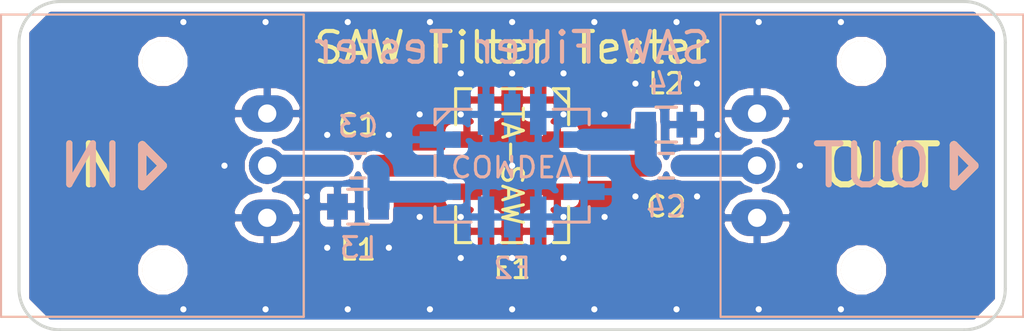
<source format=kicad_pcb>
(kicad_pcb (version 4) (host pcbnew 4.0.2-stable)

  (general
    (links 82)
    (no_connects 0)
    (area 124.924999 97.924999 173.075001 114.075001)
    (thickness 1.6)
    (drawings 28)
    (tracks 20)
    (zones 0)
    (modules 59)
    (nets 8)
  )

  (page A4)
  (layers
    (0 F.Cu signal)
    (31 B.Cu signal)
    (32 B.Adhes user)
    (33 F.Adhes user)
    (34 B.Paste user)
    (35 F.Paste user)
    (36 B.SilkS user)
    (37 F.SilkS user)
    (38 B.Mask user)
    (39 F.Mask user)
    (40 Dwgs.User user)
    (41 Cmts.User user)
    (42 Eco1.User user)
    (43 Eco2.User user)
    (44 Edge.Cuts user)
    (45 Margin user)
    (46 B.CrtYd user)
    (47 F.CrtYd user)
    (48 B.Fab user)
    (49 F.Fab user)
  )

  (setup
    (last_trace_width 1.0668)
    (trace_clearance 0.2032)
    (zone_clearance 0.2032)
    (zone_45_only no)
    (trace_min 0.2)
    (segment_width 0.2)
    (edge_width 0.15)
    (via_size 0.6)
    (via_drill 0.4)
    (via_min_size 0.4)
    (via_min_drill 0.3)
    (uvia_size 0.3)
    (uvia_drill 0.1)
    (uvias_allowed no)
    (uvia_min_size 0.2)
    (uvia_min_drill 0.1)
    (pcb_text_width 0.3)
    (pcb_text_size 1.5 1.5)
    (mod_edge_width 0.15)
    (mod_text_size 1 1)
    (mod_text_width 0.15)
    (pad_size 0.64 0.64)
    (pad_drill 0.3)
    (pad_to_mask_clearance 0.2)
    (aux_axis_origin 0 0)
    (visible_elements 7FFFFFFF)
    (pcbplotparams
      (layerselection 0x00030_80000001)
      (usegerberextensions false)
      (excludeedgelayer true)
      (linewidth 0.100000)
      (plotframeref false)
      (viasonmask false)
      (mode 1)
      (useauxorigin false)
      (hpglpennumber 1)
      (hpglpenspeed 20)
      (hpglpendiameter 15)
      (hpglpenoverlay 2)
      (psnegative false)
      (psa4output false)
      (plotreference true)
      (plotvalue true)
      (plotinvisibletext false)
      (padsonsilk false)
      (subtractmaskfromsilk false)
      (outputformat 1)
      (mirror false)
      (drillshape 1)
      (scaleselection 1)
      (outputdirectory ""))
  )

  (net 0 "")
  (net 1 "Net-(C1-Pad1)")
  (net 2 /RF_IN)
  (net 3 /RF_OUT)
  (net 4 "Net-(C2-Pad2)")
  (net 5 "Net-(C3-Pad1)")
  (net 6 "Net-(C4-Pad2)")
  (net 7 GND)

  (net_class Default "This is the default net class."
    (clearance 0.2032)
    (trace_width 1.0668)
    (via_dia 0.6)
    (via_drill 0.4)
    (uvia_dia 0.3)
    (uvia_drill 0.1)
    (add_net /RF_IN)
    (add_net /RF_OUT)
    (add_net GND)
    (add_net "Net-(C1-Pad1)")
    (add_net "Net-(C2-Pad2)")
    (add_net "Net-(C3-Pad1)")
    (add_net "Net-(C4-Pad2)")
  )

  (module SAWTest:BNC_Molex_73138-5033 (layer B.Cu) (tedit 583E65DF) (tstamp 583E657B)
    (at 166 106 180)
    (path /583E4AC5)
    (fp_text reference P2 (at -9 0 450) (layer B.SilkS) hide
      (effects (font (size 1 1) (thickness 0.15)) (justify mirror))
    )
    (fp_text value "RF OUT" (at 0 0 270) (layer B.SilkS) hide
      (effects (font (size 1 1) (thickness 0.15)) (justify mirror))
    )
    (fp_line (start -7.874 7.366) (end 6.858 7.366) (layer B.SilkS) (width 0.1))
    (fp_line (start 6.858 7.366) (end 6.858 -7.366) (layer B.SilkS) (width 0.1))
    (fp_line (start 6.858 -7.366) (end -7.874 -7.366) (layer B.SilkS) (width 0.1))
    (fp_line (start -7.874 -7.366) (end -7.874 7.366) (layer B.SilkS) (width 0.1))
    (pad "" np_thru_hole circle (at 0 5.08 180) (size 2 2) (drill 2) (layers *.Cu *.Mask B.SilkS))
    (pad "" np_thru_hole circle (at 0 -5.08 180) (size 2 2) (drill 2) (layers *.Cu *.Mask B.SilkS))
    (pad 1 thru_hole circle (at 5.08 0 180) (size 1.778 1.778) (drill 0.889) (layers *.Cu *.Mask)
      (net 3 /RF_OUT))
    (pad 2 thru_hole oval (at 5.08 -2.54 180) (size 2.54 1.778) (drill 0.889) (layers *.Cu *.Mask)
      (net 7 GND) (thermal_gap 0.35))
  )

  (module SAWTest:BNC_Molex_73138-5033 (layer B.Cu) (tedit 583E65C4) (tstamp 583E64CF)
    (at 132 106)
    (path /583E4BA5)
    (fp_text reference P1 (at -9 0 270) (layer B.SilkS) hide
      (effects (font (size 1 1) (thickness 0.15)) (justify mirror))
    )
    (fp_text value "RF IN" (at 0 0 90) (layer B.SilkS) hide
      (effects (font (size 1 1) (thickness 0.15)) (justify mirror))
    )
    (fp_line (start -7.874 7.366) (end 6.858 7.366) (layer B.SilkS) (width 0.1))
    (fp_line (start 6.858 7.366) (end 6.858 -7.366) (layer B.SilkS) (width 0.1))
    (fp_line (start 6.858 -7.366) (end -7.874 -7.366) (layer B.SilkS) (width 0.1))
    (fp_line (start -7.874 -7.366) (end -7.874 7.366) (layer B.SilkS) (width 0.1))
    (pad "" np_thru_hole circle (at 0 5.08) (size 2 2) (drill 2) (layers *.Cu *.Mask B.SilkS))
    (pad "" np_thru_hole circle (at 0 -5.08) (size 2 2) (drill 2) (layers *.Cu *.Mask B.SilkS))
    (pad 1 thru_hole circle (at 5.08 0) (size 1.778 1.778) (drill 0.889) (layers *.Cu *.Mask)
      (net 2 /RF_IN))
    (pad 2 thru_hole oval (at 5.08 -2.54) (size 2.54 1.778) (drill 0.889) (layers *.Cu *.Mask)
      (net 7 GND) (thermal_gap 0.35))
  )

  (module SAWTest:via_small (layer F.Cu) (tedit 583E5D78) (tstamp 583E6300)
    (at 165 113)
    (fp_text reference "" (at 0 0) (layer F.SilkS) hide
      (effects (font (size 1 1) (thickness 0.15)))
    )
    (fp_text value "" (at 0 0) (layer F.SilkS) hide
      (effects (font (size 1 1) (thickness 0.15)))
    )
    (pad "" thru_hole circle (at 0 0) (size 0.64 0.64) (drill 0.3) (layers *.Cu)
      (net 7 GND) (zone_connect 2))
  )

  (module SAWTest:via_small (layer F.Cu) (tedit 583E5C76) (tstamp 583E569D)
    (at 145 99)
    (fp_text reference "" (at 0 0) (layer F.SilkS) hide
      (effects (font (size 1 1) (thickness 0.15)))
    )
    (fp_text value "" (at 0 0) (layer F.SilkS) hide
      (effects (font (size 1 1) (thickness 0.15)))
    )
    (pad "" thru_hole circle (at 0 0) (size 0.64 0.64) (drill 0.3) (layers *.Cu)
      (net 7 GND) (zone_connect 2))
  )

  (module SAWTest:via_small (layer F.Cu) (tedit 583E5C72) (tstamp 583E5699)
    (at 141 99)
    (fp_text reference "" (at 0 0) (layer F.SilkS) hide
      (effects (font (size 1 1) (thickness 0.15)))
    )
    (fp_text value "" (at 0 0) (layer F.SilkS) hide
      (effects (font (size 1 1) (thickness 0.15)))
    )
    (pad "" thru_hole circle (at 0 0) (size 0.64 0.64) (drill 0.3) (layers *.Cu)
      (net 7 GND) (zone_connect 2))
  )

  (module SAWTest:via_small (layer F.Cu) (tedit 583E5D94) (tstamp 583E5695)
    (at 141 113)
    (fp_text reference "" (at 0 0) (layer F.SilkS) hide
      (effects (font (size 1 1) (thickness 0.15)))
    )
    (fp_text value "" (at 0 0) (layer F.SilkS) hide
      (effects (font (size 1 1) (thickness 0.15)))
    )
    (pad "" thru_hole circle (at 0 0) (size 0.64 0.64) (drill 0.3) (layers *.Cu)
      (net 7 GND) (zone_connect 2))
  )

  (module SAWTest:via_small (layer F.Cu) (tedit 583E5D78) (tstamp 583E5691)
    (at 157 113)
    (fp_text reference "" (at 0 0) (layer F.SilkS) hide
      (effects (font (size 1 1) (thickness 0.15)))
    )
    (fp_text value "" (at 0 0) (layer F.SilkS) hide
      (effects (font (size 1 1) (thickness 0.15)))
    )
    (pad "" thru_hole circle (at 0 0) (size 0.64 0.64) (drill 0.3) (layers *.Cu)
      (net 7 GND) (zone_connect 2))
  )

  (module SAWTest:via_small (layer F.Cu) (tedit 583E5C89) (tstamp 583E568D)
    (at 157 99)
    (fp_text reference "" (at 0 0) (layer F.SilkS) hide
      (effects (font (size 1 1) (thickness 0.15)))
    )
    (fp_text value "" (at 0 0) (layer F.SilkS) hide
      (effects (font (size 1 1) (thickness 0.15)))
    )
    (pad "" thru_hole circle (at 0 0) (size 0.64 0.64) (drill 0.3) (layers *.Cu)
      (net 7 GND) (zone_connect 2))
  )

  (module SAWTest:via_small (layer F.Cu) (tedit 583E5D10) (tstamp 583E5689)
    (at 151.5 108.5)
    (fp_text reference "" (at 0 0) (layer F.SilkS) hide
      (effects (font (size 1 1) (thickness 0.15)))
    )
    (fp_text value "" (at 0 0) (layer F.SilkS) hide
      (effects (font (size 1 1) (thickness 0.15)))
    )
    (pad "" thru_hole circle (at 0 0) (size 0.64 0.64) (drill 0.3) (layers *.Cu)
      (net 7 GND) (zone_connect 2))
  )

  (module SAWTest:via_small (layer F.Cu) (tedit 583E5C7E) (tstamp 583E5685)
    (at 149 99)
    (fp_text reference "" (at 0 0) (layer F.SilkS) hide
      (effects (font (size 1 1) (thickness 0.15)))
    )
    (fp_text value "" (at 0 0) (layer F.SilkS) hide
      (effects (font (size 1 1) (thickness 0.15)))
    )
    (pad "" thru_hole circle (at 0 0) (size 0.64 0.64) (drill 0.3) (layers *.Cu)
      (net 7 GND) (zone_connect 2))
  )

  (module SAWTest:via_small (layer F.Cu) (tedit 583E5D85) (tstamp 583E5681)
    (at 149 113)
    (fp_text reference "" (at 0 0) (layer F.SilkS) hide
      (effects (font (size 1 1) (thickness 0.15)))
    )
    (fp_text value "" (at 0 0) (layer F.SilkS) hide
      (effects (font (size 1 1) (thickness 0.15)))
    )
    (pad "" thru_hole circle (at 0 0) (size 0.64 0.64) (drill 0.3) (layers *.Cu)
      (net 7 GND) (zone_connect 2))
  )

  (module SAWTest:via_small (layer F.Cu) (tedit 583E5D89) (tstamp 583E567D)
    (at 145 113)
    (fp_text reference "" (at 0 0) (layer F.SilkS) hide
      (effects (font (size 1 1) (thickness 0.15)))
    )
    (fp_text value "" (at 0 0) (layer F.SilkS) hide
      (effects (font (size 1 1) (thickness 0.15)))
    )
    (pad "" thru_hole circle (at 0 0) (size 0.64 0.64) (drill 0.3) (layers *.Cu)
      (net 7 GND) (zone_connect 2))
  )

  (module SAWTest:via_small (layer F.Cu) (tedit 583E5D7C) (tstamp 583E5679)
    (at 153 113)
    (fp_text reference "" (at 0 0) (layer F.SilkS) hide
      (effects (font (size 1 1) (thickness 0.15)))
    )
    (fp_text value "" (at 0 0) (layer F.SilkS) hide
      (effects (font (size 1 1) (thickness 0.15)))
    )
    (pad "" thru_hole circle (at 0 0) (size 0.64 0.64) (drill 0.3) (layers *.Cu)
      (net 7 GND) (zone_connect 2))
  )

  (module SAWTest:via_small (layer F.Cu) (tedit 583E5C91) (tstamp 583E5675)
    (at 133 113)
    (fp_text reference "" (at 0 0) (layer F.SilkS) hide
      (effects (font (size 1 1) (thickness 0.15)))
    )
    (fp_text value "" (at 0 0) (layer F.SilkS) hide
      (effects (font (size 1 1) (thickness 0.15)))
    )
    (pad "" thru_hole circle (at 0 0) (size 0.64 0.64) (drill 0.3) (layers *.Cu)
      (net 7 GND) (zone_connect 2))
  )

  (module SAWTest:via_small (layer F.Cu) (tedit 583E5C84) (tstamp 583E5671)
    (at 153 99)
    (fp_text reference "" (at 0 0) (layer F.SilkS) hide
      (effects (font (size 1 1) (thickness 0.15)))
    )
    (fp_text value "" (at 0 0) (layer F.SilkS) hide
      (effects (font (size 1 1) (thickness 0.15)))
    )
    (pad "" thru_hole circle (at 0 0) (size 0.64 0.64) (drill 0.3) (layers *.Cu)
      (net 7 GND) (zone_connect 2))
  )

  (module SAWTest:via_small (layer F.Cu) (tedit 583E5CAC) (tstamp 583E566D)
    (at 159 104.5)
    (fp_text reference "" (at 0 0) (layer F.SilkS) hide
      (effects (font (size 1 1) (thickness 0.15)))
    )
    (fp_text value "" (at 0 0) (layer F.SilkS) hide
      (effects (font (size 1 1) (thickness 0.15)))
    )
    (pad "" thru_hole circle (at 0 0) (size 0.64 0.64) (drill 0.3) (layers *.Cu)
      (net 7 GND) (zone_connect 2))
  )

  (module SAWTest:via_small (layer F.Cu) (tedit 583E5D99) (tstamp 583E5669)
    (at 137 113)
    (fp_text reference "" (at 0 0) (layer F.SilkS) hide
      (effects (font (size 1 1) (thickness 0.15)))
    )
    (fp_text value "" (at 0 0) (layer F.SilkS) hide
      (effects (font (size 1 1) (thickness 0.15)))
    )
    (pad "" thru_hole circle (at 0 0) (size 0.64 0.64) (drill 0.3) (layers *.Cu)
      (net 7 GND) (zone_connect 2))
  )

  (module SAWTest:via_small (layer F.Cu) (tedit 583E5D9D) (tstamp 583E5665)
    (at 144.5 108.5)
    (fp_text reference "" (at 0 0) (layer F.SilkS) hide
      (effects (font (size 1 1) (thickness 0.15)))
    )
    (fp_text value "" (at 0 0) (layer F.SilkS) hide
      (effects (font (size 1 1) (thickness 0.15)))
    )
    (pad "" thru_hole circle (at 0 0) (size 0.64 0.64) (drill 0.3) (layers *.Cu)
      (net 7 GND) (zone_connect 2))
  )

  (module SAWTest:via_small (layer F.Cu) (tedit 583E5D72) (tstamp 583E5661)
    (at 155 107.5)
    (fp_text reference "" (at 0 0) (layer F.SilkS) hide
      (effects (font (size 1 1) (thickness 0.15)))
    )
    (fp_text value "" (at 0 0) (layer F.SilkS) hide
      (effects (font (size 1 1) (thickness 0.15)))
    )
    (pad "" thru_hole circle (at 0 0) (size 0.64 0.64) (drill 0.3) (layers *.Cu)
      (net 7 GND) (zone_connect 2))
  )

  (module SAWTest:via_small (layer F.Cu) (tedit 583E5CC8) (tstamp 583E5659)
    (at 133 99)
    (fp_text reference "" (at 0 0) (layer F.SilkS) hide
      (effects (font (size 1 1) (thickness 0.15)))
    )
    (fp_text value "" (at 0 0) (layer F.SilkS) hide
      (effects (font (size 1 1) (thickness 0.15)))
    )
    (pad "" thru_hole circle (at 0 0) (size 0.64 0.64) (drill 0.3) (layers *.Cu)
      (net 7 GND) (zone_connect 2))
  )

  (module SAWTest:via_small (layer F.Cu) (tedit 583E5CFE) (tstamp 583E5655)
    (at 140 110)
    (fp_text reference "" (at 0 0) (layer F.SilkS) hide
      (effects (font (size 1 1) (thickness 0.15)))
    )
    (fp_text value "" (at 0 0) (layer F.SilkS) hide
      (effects (font (size 1 1) (thickness 0.15)))
    )
    (pad "" thru_hole circle (at 0 0) (size 0.64 0.64) (drill 0.3) (layers *.Cu)
      (net 7 GND) (zone_connect 2))
  )

  (module SAWTest:via_small (layer F.Cu) (tedit 583E5CDA) (tstamp 583E5651)
    (at 140 104.5)
    (fp_text reference "" (at 0 0) (layer F.SilkS) hide
      (effects (font (size 1 1) (thickness 0.15)))
    )
    (fp_text value "" (at 0 0) (layer F.SilkS) hide
      (effects (font (size 1 1) (thickness 0.15)))
    )
    (pad "" thru_hole circle (at 0 0) (size 0.64 0.64) (drill 0.3) (layers *.Cu)
      (net 7 GND) (zone_connect 2))
  )

  (module SAWTest:via_small (layer F.Cu) (tedit 583E5D1C) (tstamp 583E564D)
    (at 151.5 110.5)
    (fp_text reference "" (at 0 0) (layer F.SilkS) hide
      (effects (font (size 1 1) (thickness 0.15)))
    )
    (fp_text value "" (at 0 0) (layer F.SilkS) hide
      (effects (font (size 1 1) (thickness 0.15)))
    )
    (pad "" thru_hole circle (at 0 0) (size 0.64 0.64) (drill 0.3) (layers *.Cu)
      (net 7 GND) (zone_connect 2))
  )

  (module SAWTest:via_small (layer F.Cu) (tedit 583E5CC1) (tstamp 583E5649)
    (at 137 99)
    (fp_text reference "" (at 0 0) (layer F.SilkS) hide
      (effects (font (size 1 1) (thickness 0.15)))
    )
    (fp_text value "" (at 0 0) (layer F.SilkS) hide
      (effects (font (size 1 1) (thickness 0.15)))
    )
    (pad "" thru_hole circle (at 0 0) (size 0.64 0.64) (drill 0.3) (layers *.Cu)
      (net 7 GND) (zone_connect 2))
  )

  (module SAWTest:via_small (layer F.Cu) (tedit 583E5CA7) (tstamp 583E5645)
    (at 151.5 103.5)
    (fp_text reference "" (at 0 0) (layer F.SilkS) hide
      (effects (font (size 1 1) (thickness 0.15)))
    )
    (fp_text value "" (at 0 0) (layer F.SilkS) hide
      (effects (font (size 1 1) (thickness 0.15)))
    )
    (pad "" thru_hole circle (at 0 0) (size 0.64 0.64) (drill 0.3) (layers *.Cu)
      (net 7 GND) (zone_connect 2))
  )

  (module SAWTest:via_small (layer F.Cu) (tedit 583E5D21) (tstamp 583E5641)
    (at 158 102)
    (fp_text reference "" (at 0 0) (layer F.SilkS) hide
      (effects (font (size 1 1) (thickness 0.15)))
    )
    (fp_text value "" (at 0 0) (layer F.SilkS) hide
      (effects (font (size 1 1) (thickness 0.15)))
    )
    (pad "" thru_hole circle (at 0 0) (size 0.64 0.64) (drill 0.3) (layers *.Cu)
      (net 7 GND) (zone_connect 2))
  )

  (module SAWTest:via_small (layer F.Cu) (tedit 583E5CEB) (tstamp 583E563D)
    (at 146.5 101.5)
    (fp_text reference "" (at 0 0) (layer F.SilkS) hide
      (effects (font (size 1 1) (thickness 0.15)))
    )
    (fp_text value "" (at 0 0) (layer F.SilkS) hide
      (effects (font (size 1 1) (thickness 0.15)))
    )
    (pad "" thru_hole circle (at 0 0) (size 0.64 0.64) (drill 0.3) (layers *.Cu)
      (net 7 GND) (zone_connect 2))
  )

  (module SAWTest:via_small (layer F.Cu) (tedit 583E5CF0) (tstamp 583E5639)
    (at 151.5 101.5)
    (fp_text reference "" (at 0 0) (layer F.SilkS) hide
      (effects (font (size 1 1) (thickness 0.15)))
    )
    (fp_text value "" (at 0 0) (layer F.SilkS) hide
      (effects (font (size 1 1) (thickness 0.15)))
    )
    (pad "" thru_hole circle (at 0 0) (size 0.64 0.64) (drill 0.3) (layers *.Cu)
      (net 7 GND) (zone_connect 2))
  )

  (module SAWTest:via_small (layer F.Cu) (tedit 583E5CA1) (tstamp 583E5635)
    (at 161 99)
    (fp_text reference "" (at 0 0) (layer F.SilkS) hide
      (effects (font (size 1 1) (thickness 0.15)))
    )
    (fp_text value "" (at 0 0) (layer F.SilkS) hide
      (effects (font (size 1 1) (thickness 0.15)))
    )
    (pad "" thru_hole circle (at 0 0) (size 0.64 0.64) (drill 0.3) (layers *.Cu)
      (net 7 GND) (zone_connect 2))
  )

  (module SAWTest:via_small (layer F.Cu) (tedit 583E5D38) (tstamp 583E5631)
    (at 149 110.5)
    (fp_text reference "" (at 0 0) (layer F.SilkS) hide
      (effects (font (size 1 1) (thickness 0.15)))
    )
    (fp_text value "" (at 0 0) (layer F.SilkS) hide
      (effects (font (size 1 1) (thickness 0.15)))
    )
    (pad "" thru_hole circle (at 0 0) (size 0.64 0.64) (drill 0.3) (layers *.Cu)
      (net 7 GND) (zone_connect 2))
  )

  (module SAWTest:via_small (layer F.Cu) (tedit 583E5D2B) (tstamp 583E5629)
    (at 163 106)
    (fp_text reference "" (at 0 0) (layer F.SilkS) hide
      (effects (font (size 1 1) (thickness 0.15)))
    )
    (fp_text value "" (at 0 0) (layer F.SilkS) hide
      (effects (font (size 1 1) (thickness 0.15)))
    )
    (pad "" thru_hole circle (at 0 0) (size 0.64 0.64) (drill 0.3) (layers *.Cu)
      (net 7 GND) (zone_connect 2))
  )

  (module SAWTest:via_small (layer F.Cu) (tedit 583E5CFA) (tstamp 583E5625)
    (at 139 107.5)
    (fp_text reference "" (at 0 0) (layer F.SilkS) hide
      (effects (font (size 1 1) (thickness 0.15)))
    )
    (fp_text value "" (at 0 0) (layer F.SilkS) hide
      (effects (font (size 1 1) (thickness 0.15)))
    )
    (pad "" thru_hole circle (at 0 0) (size 0.64 0.64) (drill 0.3) (layers *.Cu)
      (net 7 GND) (zone_connect 2))
  )

  (module SAWTest:via_small (layer F.Cu) (tedit 583E5D26) (tstamp 583E5621)
    (at 155 102)
    (fp_text reference "" (at 0 0) (layer F.SilkS) hide
      (effects (font (size 1 1) (thickness 0.15)))
    )
    (fp_text value "" (at 0 0) (layer F.SilkS) hide
      (effects (font (size 1 1) (thickness 0.15)))
    )
    (pad "" thru_hole circle (at 0 0) (size 0.64 0.64) (drill 0.3) (layers *.Cu)
      (net 7 GND) (zone_connect 2))
  )

  (module SAWTest:via_small (layer F.Cu) (tedit 583E5D34) (tstamp 583E561D)
    (at 158 107.5)
    (fp_text reference "" (at 0 0) (layer F.SilkS) hide
      (effects (font (size 1 1) (thickness 0.15)))
    )
    (fp_text value "" (at 0 0) (layer F.SilkS) hide
      (effects (font (size 1 1) (thickness 0.15)))
    )
    (pad "" thru_hole circle (at 0 0) (size 0.64 0.64) (drill 0.3) (layers *.Cu)
      (net 7 GND) (zone_connect 2))
  )

  (module SAWTest:via_small (layer F.Cu) (tedit 583E5DA1) (tstamp 583E5619)
    (at 135 106)
    (fp_text reference "" (at 0 0) (layer F.SilkS) hide
      (effects (font (size 1 1) (thickness 0.15)))
    )
    (fp_text value "" (at 0 0) (layer F.SilkS) hide
      (effects (font (size 1 1) (thickness 0.15)))
    )
    (pad "" thru_hole circle (at 0 0) (size 0.64 0.64) (drill 0.3) (layers *.Cu)
      (net 7 GND) (zone_connect 2))
  )

  (module SAWTest:via_small (layer F.Cu) (tedit 583E5D3D) (tstamp 583E55F7)
    (at 144.5 103.5)
    (fp_text reference "" (at 0 0) (layer F.SilkS) hide
      (effects (font (size 1 1) (thickness 0.15)))
    )
    (fp_text value "" (at 0 0) (layer F.SilkS) hide
      (effects (font (size 1 1) (thickness 0.15)))
    )
    (pad "" thru_hole circle (at 0 0) (size 0.64 0.64) (drill 0.3) (layers *.Cu)
      (net 7 GND) (zone_connect 2))
  )

  (module SAWTest:via_small (layer F.Cu) (tedit 583E5CE6) (tstamp 583E55F3)
    (at 143 104.5)
    (fp_text reference "" (at 0 0) (layer F.SilkS) hide
      (effects (font (size 1 1) (thickness 0.15)))
    )
    (fp_text value "" (at 0 0) (layer F.SilkS) hide
      (effects (font (size 1 1) (thickness 0.15)))
    )
    (pad "" thru_hole circle (at 0 0) (size 0.64 0.64) (drill 0.3) (layers *.Cu)
      (net 7 GND) (zone_connect 2))
  )

  (module SAWTest:via_small (layer F.Cu) (tedit 583E5C97) (tstamp 583E55EF)
    (at 165 99)
    (fp_text reference "" (at 0 0) (layer F.SilkS) hide
      (effects (font (size 1 1) (thickness 0.15)))
    )
    (fp_text value "" (at 0 0) (layer F.SilkS) hide
      (effects (font (size 1 1) (thickness 0.15)))
    )
    (pad "" thru_hole circle (at 0 0) (size 0.64 0.64) (drill 0.3) (layers *.Cu)
      (net 7 GND) (zone_connect 2))
  )

  (module SAWTest:via_small (layer F.Cu) (tedit 583E5C9D) (tstamp 583E55EB)
    (at 161 113)
    (fp_text reference "" (at 0 0) (layer F.SilkS) hide
      (effects (font (size 1 1) (thickness 0.15)))
    )
    (fp_text value "" (at 0 0) (layer F.SilkS) hide
      (effects (font (size 1 1) (thickness 0.15)))
    )
    (pad "" thru_hole circle (at 0 0) (size 0.64 0.64) (drill 0.3) (layers *.Cu)
      (net 7 GND) (zone_connect 2))
  )

  (module SAWTest:via_small (layer F.Cu) (tedit 583E5D03) (tstamp 583E55E7)
    (at 143 110)
    (fp_text reference "" (at 0 0) (layer F.SilkS) hide
      (effects (font (size 1 1) (thickness 0.15)))
    )
    (fp_text value "" (at 0 0) (layer F.SilkS) hide
      (effects (font (size 1 1) (thickness 0.15)))
    )
    (pad "" thru_hole circle (at 0 0) (size 0.64 0.64) (drill 0.3) (layers *.Cu)
      (net 7 GND) (zone_connect 2))
  )

  (module SAWTest:via_small (layer F.Cu) (tedit 583E5D44) (tstamp 583E55E3)
    (at 146.5 110.5)
    (fp_text reference "" (at 0 0) (layer F.SilkS) hide
      (effects (font (size 1 1) (thickness 0.15)))
    )
    (fp_text value "" (at 0 0) (layer F.SilkS) hide
      (effects (font (size 1 1) (thickness 0.15)))
    )
    (pad "" thru_hole circle (at 0 0) (size 0.64 0.64) (drill 0.3) (layers *.Cu)
      (net 7 GND) (zone_connect 2))
  )

  (module SAWTest:via_small (layer F.Cu) (tedit 583E5CB2) (tstamp 583E55DF)
    (at 149 101.5)
    (fp_text reference "" (at 0 0) (layer F.SilkS) hide
      (effects (font (size 1 1) (thickness 0.15)))
    )
    (fp_text value "" (at 0 0) (layer F.SilkS) hide
      (effects (font (size 1 1) (thickness 0.15)))
    )
    (pad "" thru_hole circle (at 0 0) (size 0.64 0.64) (drill 0.3) (layers *.Cu)
      (net 7 GND) (zone_connect 2))
  )

  (module SAWTest:via_small (layer F.Cu) (tedit 583E5CF4) (tstamp 583E55DB)
    (at 153.5 103.5)
    (fp_text reference "" (at 0 0) (layer F.SilkS) hide
      (effects (font (size 1 1) (thickness 0.15)))
    )
    (fp_text value "" (at 0 0) (layer F.SilkS) hide
      (effects (font (size 1 1) (thickness 0.15)))
    )
    (pad "" thru_hole circle (at 0 0) (size 0.64 0.64) (drill 0.3) (layers *.Cu)
      (net 7 GND) (zone_connect 2))
  )

  (module SAWTest:via_small (layer F.Cu) (tedit 583E5D07) (tstamp 583E55D7)
    (at 146.5 108.5)
    (fp_text reference "" (at 0 0) (layer F.SilkS) hide
      (effects (font (size 1 1) (thickness 0.15)))
    )
    (fp_text value "" (at 0 0) (layer F.SilkS) hide
      (effects (font (size 1 1) (thickness 0.15)))
    )
    (pad "" thru_hole circle (at 0 0) (size 0.64 0.64) (drill 0.3) (layers *.Cu)
      (net 7 GND) (zone_connect 2))
  )

  (module SAWTest:via_small (layer F.Cu) (tedit 583E5D0C) (tstamp 583E55D3)
    (at 149 106)
    (fp_text reference "" (at 0 0) (layer F.SilkS) hide
      (effects (font (size 1 1) (thickness 0.15)))
    )
    (fp_text value "" (at 0 0) (layer F.SilkS) hide
      (effects (font (size 1 1) (thickness 0.15)))
    )
    (pad "" thru_hole circle (at 0 0) (size 0.64 0.64) (drill 0.3) (layers *.Cu)
      (net 7 GND) (zone_connect 2))
  )

  (module SAWTest:via_small (layer F.Cu) (tedit 583E5D16) (tstamp 583E55CE)
    (at 153.5 108.5)
    (fp_text reference "" (at 0 0) (layer F.SilkS) hide
      (effects (font (size 1 1) (thickness 0.15)))
    )
    (fp_text value "" (at 0 0) (layer F.SilkS) hide
      (effects (font (size 1 1) (thickness 0.15)))
    )
    (pad "" thru_hole circle (at 0 0) (size 0.64 0.64) (drill 0.3) (layers *.Cu)
      (net 7 GND) (zone_connect 2))
  )

  (module COMDEV_SAW_5x7 (layer B.Cu) (tedit 583E60A3) (tstamp 583E542F)
    (at 149 106)
    (path /583E4C7F)
    (fp_text reference F2 (at 0 5) (layer B.SilkS)
      (effects (font (size 1 1) (thickness 0.15)) (justify mirror))
    )
    (fp_text value COMDEV-SAW (at 0 4.25) (layer B.Fab)
      (effects (font (size 1 1) (thickness 0.15)) (justify mirror))
    )
    (fp_text user COMDEV (at 0 0) (layer B.SilkS) hide
      (effects (font (size 1 1) (thickness 0.15)) (justify mirror))
    )
    (fp_line (start -3.75 -2) (end -3 -2.75) (layer B.SilkS) (width 0.15))
    (fp_line (start -3.75 2) (end -3.75 2.75) (layer B.SilkS) (width 0.15))
    (fp_line (start -3.75 2.75) (end -2 2.75) (layer B.SilkS) (width 0.15))
    (fp_line (start -3.75 -0.5) (end -3.75 0.5) (layer B.SilkS) (width 0.15))
    (fp_line (start -2 -2.75) (end -3.75 -2.75) (layer B.SilkS) (width 0.15))
    (fp_line (start -3.75 -2.75) (end -3.75 -2) (layer B.SilkS) (width 0.15))
    (fp_line (start 3.75 -2) (end 3.75 -2.75) (layer B.SilkS) (width 0.15))
    (fp_line (start 3.75 -2.75) (end 2 -2.75) (layer B.SilkS) (width 0.15))
    (fp_line (start 3.75 0.5) (end 3.75 -0.5) (layer B.SilkS) (width 0.15))
    (fp_line (start 2 2.75) (end 3.75 2.75) (layer B.SilkS) (width 0.15))
    (fp_line (start 3.75 2.75) (end 3.75 2) (layer B.SilkS) (width 0.15))
    (pad 1 smd rect (at -1.27 -2.5) (size 0.8 2) (layers B.Cu B.Paste B.Mask)
      (net 7 GND))
    (pad 2 smd rect (at 0 -2.5) (size 0.8 2) (layers B.Cu B.Paste B.Mask)
      (net 7 GND))
    (pad 3 smd rect (at 1.27 -2.5) (size 0.8 2) (layers B.Cu B.Paste B.Mask)
      (net 7 GND))
    (pad 4 smd rect (at 3.5 -1.27) (size 2 0.8) (layers B.Cu B.Paste B.Mask)
      (net 6 "Net-(C4-Pad2)"))
    (pad 5 smd rect (at 3.5 1.27) (size 2 0.8) (layers B.Cu B.Paste B.Mask)
      (net 7 GND))
    (pad 6 smd rect (at 1.27 2.5) (size 0.8 2) (layers B.Cu B.Paste B.Mask)
      (net 7 GND))
    (pad 7 smd rect (at 0 2.5) (size 0.8 2) (layers B.Cu B.Paste B.Mask)
      (net 7 GND))
    (pad 8 smd rect (at -1.27 2.5) (size 0.8 2) (layers B.Cu B.Paste B.Mask)
      (net 7 GND))
    (pad 9 smd rect (at -3.5 1.27) (size 2 0.8) (layers B.Cu B.Paste B.Mask)
      (net 5 "Net-(C3-Pad1)"))
    (pad 10 smd rect (at -3.5 -1.27) (size 2 0.8) (layers B.Cu B.Paste B.Mask)
      (net 7 GND))
  )

  (module Capacitors_SMD:C_0603 (layer F.Cu) (tedit 583E51B9) (tstamp 583E53AC)
    (at 141.5 106 180)
    (descr "Capacitor SMD 0603, reflow soldering, AVX (see smccp.pdf)")
    (tags "capacitor 0603")
    (path /583E4DA5)
    (attr smd)
    (fp_text reference C1 (at 0 2 180) (layer F.SilkS)
      (effects (font (size 1 1) (thickness 0.15)))
    )
    (fp_text value C (at 0 1.9 180) (layer F.Fab)
      (effects (font (size 1 1) (thickness 0.15)))
    )
    (fp_line (start -0.8 0.4) (end -0.8 -0.4) (layer F.Fab) (width 0.15))
    (fp_line (start 0.8 0.4) (end -0.8 0.4) (layer F.Fab) (width 0.15))
    (fp_line (start 0.8 -0.4) (end 0.8 0.4) (layer F.Fab) (width 0.15))
    (fp_line (start -0.8 -0.4) (end 0.8 -0.4) (layer F.Fab) (width 0.15))
    (fp_line (start -1.45 -0.75) (end 1.45 -0.75) (layer F.CrtYd) (width 0.05))
    (fp_line (start -1.45 0.75) (end 1.45 0.75) (layer F.CrtYd) (width 0.05))
    (fp_line (start -1.45 -0.75) (end -1.45 0.75) (layer F.CrtYd) (width 0.05))
    (fp_line (start 1.45 -0.75) (end 1.45 0.75) (layer F.CrtYd) (width 0.05))
    (fp_line (start -0.35 -0.6) (end 0.35 -0.6) (layer F.SilkS) (width 0.15))
    (fp_line (start 0.35 0.6) (end -0.35 0.6) (layer F.SilkS) (width 0.15))
    (pad 1 smd rect (at -0.75 0 180) (size 0.8 0.75) (layers F.Cu F.Paste F.Mask)
      (net 1 "Net-(C1-Pad1)"))
    (pad 2 smd rect (at 0.75 0 180) (size 0.8 0.75) (layers F.Cu F.Paste F.Mask)
      (net 2 /RF_IN))
    (model Capacitors_SMD.3dshapes/C_0603.wrl
      (at (xyz 0 0 0))
      (scale (xyz 1 1 1))
      (rotate (xyz 0 0 0))
    )
  )

  (module Capacitors_SMD:C_0603 (layer F.Cu) (tedit 583E61EA) (tstamp 583E53BC)
    (at 156.5 106 180)
    (descr "Capacitor SMD 0603, reflow soldering, AVX (see smccp.pdf)")
    (tags "capacitor 0603")
    (path /583E4D60)
    (attr smd)
    (fp_text reference C2 (at 0 -2 180) (layer F.SilkS)
      (effects (font (size 1 1) (thickness 0.15)))
    )
    (fp_text value C (at 0 0 180) (layer F.Fab)
      (effects (font (size 1 1) (thickness 0.15)))
    )
    (fp_line (start -0.8 0.4) (end -0.8 -0.4) (layer F.Fab) (width 0.15))
    (fp_line (start 0.8 0.4) (end -0.8 0.4) (layer F.Fab) (width 0.15))
    (fp_line (start 0.8 -0.4) (end 0.8 0.4) (layer F.Fab) (width 0.15))
    (fp_line (start -0.8 -0.4) (end 0.8 -0.4) (layer F.Fab) (width 0.15))
    (fp_line (start -1.45 -0.75) (end 1.45 -0.75) (layer F.CrtYd) (width 0.05))
    (fp_line (start -1.45 0.75) (end 1.45 0.75) (layer F.CrtYd) (width 0.05))
    (fp_line (start -1.45 -0.75) (end -1.45 0.75) (layer F.CrtYd) (width 0.05))
    (fp_line (start 1.45 -0.75) (end 1.45 0.75) (layer F.CrtYd) (width 0.05))
    (fp_line (start -0.35 -0.6) (end 0.35 -0.6) (layer F.SilkS) (width 0.15))
    (fp_line (start 0.35 0.6) (end -0.35 0.6) (layer F.SilkS) (width 0.15))
    (pad 1 smd rect (at -0.75 0 180) (size 0.8 0.75) (layers F.Cu F.Paste F.Mask)
      (net 3 /RF_OUT))
    (pad 2 smd rect (at 0.75 0 180) (size 0.8 0.75) (layers F.Cu F.Paste F.Mask)
      (net 4 "Net-(C2-Pad2)"))
    (model Capacitors_SMD.3dshapes/C_0603.wrl
      (at (xyz 0 0 0))
      (scale (xyz 1 1 1))
      (rotate (xyz 0 0 0))
    )
  )

  (module Capacitors_SMD:C_0603 (layer B.Cu) (tedit 583E5133) (tstamp 583E53CC)
    (at 141.5 106 180)
    (descr "Capacitor SMD 0603, reflow soldering, AVX (see smccp.pdf)")
    (tags "capacitor 0603")
    (path /583E4EEF)
    (attr smd)
    (fp_text reference C3 (at 0 1.9 180) (layer B.SilkS)
      (effects (font (size 1 1) (thickness 0.15)) (justify mirror))
    )
    (fp_text value C (at 0 0 180) (layer B.Fab)
      (effects (font (size 1 1) (thickness 0.15)) (justify mirror))
    )
    (fp_line (start -0.8 -0.4) (end -0.8 0.4) (layer B.Fab) (width 0.15))
    (fp_line (start 0.8 -0.4) (end -0.8 -0.4) (layer B.Fab) (width 0.15))
    (fp_line (start 0.8 0.4) (end 0.8 -0.4) (layer B.Fab) (width 0.15))
    (fp_line (start -0.8 0.4) (end 0.8 0.4) (layer B.Fab) (width 0.15))
    (fp_line (start -1.45 0.75) (end 1.45 0.75) (layer B.CrtYd) (width 0.05))
    (fp_line (start -1.45 -0.75) (end 1.45 -0.75) (layer B.CrtYd) (width 0.05))
    (fp_line (start -1.45 0.75) (end -1.45 -0.75) (layer B.CrtYd) (width 0.05))
    (fp_line (start 1.45 0.75) (end 1.45 -0.75) (layer B.CrtYd) (width 0.05))
    (fp_line (start -0.35 0.6) (end 0.35 0.6) (layer B.SilkS) (width 0.15))
    (fp_line (start 0.35 -0.6) (end -0.35 -0.6) (layer B.SilkS) (width 0.15))
    (pad 1 smd rect (at -0.75 0 180) (size 0.8 0.75) (layers B.Cu B.Paste B.Mask)
      (net 5 "Net-(C3-Pad1)"))
    (pad 2 smd rect (at 0.75 0 180) (size 0.8 0.75) (layers B.Cu B.Paste B.Mask)
      (net 2 /RF_IN))
    (model Capacitors_SMD.3dshapes/C_0603.wrl
      (at (xyz 0 0 0))
      (scale (xyz 1 1 1))
      (rotate (xyz 0 0 0))
    )
  )

  (module Capacitors_SMD:C_0603 (layer B.Cu) (tedit 583E61F1) (tstamp 583E53DC)
    (at 156.5 106 180)
    (descr "Capacitor SMD 0603, reflow soldering, AVX (see smccp.pdf)")
    (tags "capacitor 0603")
    (path /583E4EC8)
    (attr smd)
    (fp_text reference C4 (at 0 -2 180) (layer B.SilkS)
      (effects (font (size 1 1) (thickness 0.15)) (justify mirror))
    )
    (fp_text value C (at 0 0 180) (layer B.Fab)
      (effects (font (size 1 1) (thickness 0.15)) (justify mirror))
    )
    (fp_line (start -0.8 -0.4) (end -0.8 0.4) (layer B.Fab) (width 0.15))
    (fp_line (start 0.8 -0.4) (end -0.8 -0.4) (layer B.Fab) (width 0.15))
    (fp_line (start 0.8 0.4) (end 0.8 -0.4) (layer B.Fab) (width 0.15))
    (fp_line (start -0.8 0.4) (end 0.8 0.4) (layer B.Fab) (width 0.15))
    (fp_line (start -1.45 0.75) (end 1.45 0.75) (layer B.CrtYd) (width 0.05))
    (fp_line (start -1.45 -0.75) (end 1.45 -0.75) (layer B.CrtYd) (width 0.05))
    (fp_line (start -1.45 0.75) (end -1.45 -0.75) (layer B.CrtYd) (width 0.05))
    (fp_line (start 1.45 0.75) (end 1.45 -0.75) (layer B.CrtYd) (width 0.05))
    (fp_line (start -0.35 0.6) (end 0.35 0.6) (layer B.SilkS) (width 0.15))
    (fp_line (start 0.35 -0.6) (end -0.35 -0.6) (layer B.SilkS) (width 0.15))
    (pad 1 smd rect (at -0.75 0 180) (size 0.8 0.75) (layers B.Cu B.Paste B.Mask)
      (net 3 /RF_OUT))
    (pad 2 smd rect (at 0.75 0 180) (size 0.8 0.75) (layers B.Cu B.Paste B.Mask)
      (net 6 "Net-(C4-Pad2)"))
    (model Capacitors_SMD.3dshapes/C_0603.wrl
      (at (xyz 0 0 0))
      (scale (xyz 1 1 1))
      (rotate (xyz 0 0 0))
    )
  )

  (module SAWTest:TAI-SAW-7x5 (layer F.Cu) (tedit 583E5BDB) (tstamp 583E5416)
    (at 149 106 270)
    (path /583E4C1C)
    (fp_text reference F1 (at 5 0 360) (layer F.SilkS)
      (effects (font (size 1 1) (thickness 0.15)))
    )
    (fp_text value TAI-SAW (at 0 0 270) (layer F.Fab)
      (effects (font (size 1 1) (thickness 0.15)))
    )
    (fp_text user TA-SAW (at 0 0 270) (layer F.SilkS) hide
      (effects (font (size 1 1) (thickness 0.15)))
    )
    (fp_line (start -3.75 -2) (end -3 -2.75) (layer F.SilkS) (width 0.15))
    (fp_line (start -3.75 0.5) (end -3.75 -0.5) (layer F.SilkS) (width 0.15))
    (fp_line (start -2 2.75) (end -3.75 2.75) (layer F.SilkS) (width 0.15))
    (fp_line (start -3.75 2.75) (end -3.75 2) (layer F.SilkS) (width 0.15))
    (fp_line (start 3.75 2) (end 3.75 2.75) (layer F.SilkS) (width 0.15))
    (fp_line (start 3.75 2.75) (end 2 2.75) (layer F.SilkS) (width 0.15))
    (fp_line (start 3.75 -0.5) (end 3.75 0.5) (layer F.SilkS) (width 0.15))
    (fp_line (start 2 -2.75) (end 3.75 -2.75) (layer F.SilkS) (width 0.15))
    (fp_line (start 3.75 -2.75) (end 3.75 -2) (layer F.SilkS) (width 0.15))
    (fp_line (start -3.75 -2) (end -3.75 -2.75) (layer F.SilkS) (width 0.15))
    (fp_line (start -3.75 -2.75) (end -2 -2.75) (layer F.SilkS) (width 0.15))
    (pad 1 smd rect (at -1.27 -2.2 270) (size 0.8 1.4) (layers F.Cu F.Paste F.Mask)
      (net 7 GND))
    (pad 2 smd rect (at 0 -2.2 270) (size 0.8 1.4) (layers F.Cu F.Paste F.Mask)
      (net 4 "Net-(C2-Pad2)"))
    (pad 3 smd rect (at 1.27 -2.2 270) (size 0.8 1.4) (layers F.Cu F.Paste F.Mask)
      (net 7 GND))
    (pad 4 smd rect (at 3.2 -1.27 270) (size 1.4 0.8) (layers F.Cu F.Paste F.Mask)
      (net 7 GND))
    (pad 5 smd rect (at 3.2 1.27 270) (size 1.4 0.8) (layers F.Cu F.Paste F.Mask)
      (net 7 GND))
    (pad 6 smd rect (at 1.27 2.2 270) (size 0.8 1.4) (layers F.Cu F.Paste F.Mask)
      (net 7 GND))
    (pad 7 smd rect (at 0 2.2 270) (size 0.8 1.4) (layers F.Cu F.Paste F.Mask)
      (net 1 "Net-(C1-Pad1)"))
    (pad 8 smd rect (at -1.27 2.2 270) (size 0.8 1.4) (layers F.Cu F.Paste F.Mask)
      (net 7 GND))
    (pad 9 smd rect (at -3.2 1.27 270) (size 1.4 0.8) (layers F.Cu F.Paste F.Mask)
      (net 7 GND))
    (pad 10 smd rect (at -3.2 -1.27 270) (size 1.4 0.8) (layers F.Cu F.Paste F.Mask)
      (net 7 GND))
  )

  (module Capacitors_SMD:C_0805 (layer F.Cu) (tedit 583E61E8) (tstamp 583E543F)
    (at 156.5 104)
    (descr "Capacitor SMD 0805, reflow soldering, AVX (see smccp.pdf)")
    (tags "capacitor 0805")
    (path /583E4F16)
    (attr smd)
    (fp_text reference L2 (at 0 -2) (layer F.SilkS)
      (effects (font (size 1 1) (thickness 0.15)))
    )
    (fp_text value INDUCTOR (at 0 0) (layer F.Fab)
      (effects (font (size 1 1) (thickness 0.15)))
    )
    (fp_line (start -1 0.625) (end -1 -0.625) (layer F.Fab) (width 0.15))
    (fp_line (start 1 0.625) (end -1 0.625) (layer F.Fab) (width 0.15))
    (fp_line (start 1 -0.625) (end 1 0.625) (layer F.Fab) (width 0.15))
    (fp_line (start -1 -0.625) (end 1 -0.625) (layer F.Fab) (width 0.15))
    (fp_line (start -1.8 -1) (end 1.8 -1) (layer F.CrtYd) (width 0.05))
    (fp_line (start -1.8 1) (end 1.8 1) (layer F.CrtYd) (width 0.05))
    (fp_line (start -1.8 -1) (end -1.8 1) (layer F.CrtYd) (width 0.05))
    (fp_line (start 1.8 -1) (end 1.8 1) (layer F.CrtYd) (width 0.05))
    (fp_line (start 0.5 -0.85) (end -0.5 -0.85) (layer F.SilkS) (width 0.15))
    (fp_line (start -0.5 0.85) (end 0.5 0.85) (layer F.SilkS) (width 0.15))
    (pad 1 smd rect (at -1 0) (size 1 1.25) (layers F.Cu F.Paste F.Mask)
      (net 4 "Net-(C2-Pad2)"))
    (pad 2 smd rect (at 1 0) (size 1 1.25) (layers F.Cu F.Paste F.Mask)
      (net 7 GND))
    (model Capacitors_SMD.3dshapes/C_0805.wrl
      (at (xyz 0 0 0))
      (scale (xyz 1 1 1))
      (rotate (xyz 0 0 0))
    )
  )

  (module Capacitors_SMD:C_0805 (layer B.Cu) (tedit 583E50EB) (tstamp 583E544F)
    (at 141.5 108 180)
    (descr "Capacitor SMD 0805, reflow soldering, AVX (see smccp.pdf)")
    (tags "capacitor 0805")
    (path /583E4FB7)
    (attr smd)
    (fp_text reference L3 (at 0 -2 180) (layer B.SilkS)
      (effects (font (size 1 1) (thickness 0.15)) (justify mirror))
    )
    (fp_text value INDUCTOR (at 0 0 180) (layer B.Fab)
      (effects (font (size 1 1) (thickness 0.15)) (justify mirror))
    )
    (fp_line (start -1 -0.625) (end -1 0.625) (layer B.Fab) (width 0.15))
    (fp_line (start 1 -0.625) (end -1 -0.625) (layer B.Fab) (width 0.15))
    (fp_line (start 1 0.625) (end 1 -0.625) (layer B.Fab) (width 0.15))
    (fp_line (start -1 0.625) (end 1 0.625) (layer B.Fab) (width 0.15))
    (fp_line (start -1.8 1) (end 1.8 1) (layer B.CrtYd) (width 0.05))
    (fp_line (start -1.8 -1) (end 1.8 -1) (layer B.CrtYd) (width 0.05))
    (fp_line (start -1.8 1) (end -1.8 -1) (layer B.CrtYd) (width 0.05))
    (fp_line (start 1.8 1) (end 1.8 -1) (layer B.CrtYd) (width 0.05))
    (fp_line (start 0.5 0.85) (end -0.5 0.85) (layer B.SilkS) (width 0.15))
    (fp_line (start -0.5 -0.85) (end 0.5 -0.85) (layer B.SilkS) (width 0.15))
    (pad 1 smd rect (at -1 0 180) (size 1 1.25) (layers B.Cu B.Paste B.Mask)
      (net 5 "Net-(C3-Pad1)"))
    (pad 2 smd rect (at 1 0 180) (size 1 1.25) (layers B.Cu B.Paste B.Mask)
      (net 7 GND))
    (model Capacitors_SMD.3dshapes/C_0805.wrl
      (at (xyz 0 0 0))
      (scale (xyz 1 1 1))
      (rotate (xyz 0 0 0))
    )
  )

  (module Capacitors_SMD:C_0805 (layer B.Cu) (tedit 583E61EE) (tstamp 583E545F)
    (at 156.5 104)
    (descr "Capacitor SMD 0805, reflow soldering, AVX (see smccp.pdf)")
    (tags "capacitor 0805")
    (path /583E4F7E)
    (attr smd)
    (fp_text reference L4 (at 0 -2) (layer B.SilkS)
      (effects (font (size 1 1) (thickness 0.15)) (justify mirror))
    )
    (fp_text value INDUCTOR (at 0 0) (layer B.Fab)
      (effects (font (size 1 1) (thickness 0.15)) (justify mirror))
    )
    (fp_line (start -1 -0.625) (end -1 0.625) (layer B.Fab) (width 0.15))
    (fp_line (start 1 -0.625) (end -1 -0.625) (layer B.Fab) (width 0.15))
    (fp_line (start 1 0.625) (end 1 -0.625) (layer B.Fab) (width 0.15))
    (fp_line (start -1 0.625) (end 1 0.625) (layer B.Fab) (width 0.15))
    (fp_line (start -1.8 1) (end 1.8 1) (layer B.CrtYd) (width 0.05))
    (fp_line (start -1.8 -1) (end 1.8 -1) (layer B.CrtYd) (width 0.05))
    (fp_line (start -1.8 1) (end -1.8 -1) (layer B.CrtYd) (width 0.05))
    (fp_line (start 1.8 1) (end 1.8 -1) (layer B.CrtYd) (width 0.05))
    (fp_line (start 0.5 0.85) (end -0.5 0.85) (layer B.SilkS) (width 0.15))
    (fp_line (start -0.5 -0.85) (end 0.5 -0.85) (layer B.SilkS) (width 0.15))
    (pad 1 smd rect (at -1 0) (size 1 1.25) (layers B.Cu B.Paste B.Mask)
      (net 6 "Net-(C4-Pad2)"))
    (pad 2 smd rect (at 1 0) (size 1 1.25) (layers B.Cu B.Paste B.Mask)
      (net 7 GND))
    (model Capacitors_SMD.3dshapes/C_0805.wrl
      (at (xyz 0 0 0))
      (scale (xyz 1 1 1))
      (rotate (xyz 0 0 0))
    )
  )

  (module SAWTest:BNC_Molex_73138-5033 (layer F.Cu) (tedit 583E65CE) (tstamp 583E546B)
    (at 132 106)
    (path /583E4BA5)
    (fp_text reference P1 (at -9 0 90) (layer F.SilkS) hide
      (effects (font (size 1 1) (thickness 0.15)))
    )
    (fp_text value "RF IN" (at 0 0 90) (layer F.SilkS) hide
      (effects (font (size 1 1) (thickness 0.15)))
    )
    (fp_line (start -7.874 -7.366) (end 6.858 -7.366) (layer F.SilkS) (width 0.1))
    (fp_line (start 6.858 -7.366) (end 6.858 7.366) (layer F.SilkS) (width 0.1))
    (fp_line (start 6.858 7.366) (end -7.874 7.366) (layer F.SilkS) (width 0.1))
    (fp_line (start -7.874 7.366) (end -7.874 -7.366) (layer F.SilkS) (width 0.1))
    (pad "" np_thru_hole circle (at 0 -5.08) (size 2 2) (drill 2) (layers *.Cu *.Mask F.SilkS))
    (pad "" np_thru_hole circle (at 0 5.08) (size 2 2) (drill 2) (layers *.Cu *.Mask F.SilkS))
    (pad 1 thru_hole circle (at 5.08 0) (size 1.778 1.778) (drill 0.889) (layers *.Cu *.Mask)
      (net 2 /RF_IN))
    (pad 2 thru_hole oval (at 5.08 2.54) (size 2.54 1.778) (drill 0.889) (layers *.Cu *.Mask)
      (net 7 GND) (thermal_gap 0.35))
  )

  (module SAWTest:BNC_Molex_73138-5033 (layer F.Cu) (tedit 583E65E6) (tstamp 583E5477)
    (at 166 106 180)
    (path /583E4AC5)
    (fp_text reference P2 (at -9 0 270) (layer F.SilkS) hide
      (effects (font (size 1 1) (thickness 0.15)))
    )
    (fp_text value "RF OUT" (at 0 0 270) (layer F.SilkS) hide
      (effects (font (size 1 1) (thickness 0.15)))
    )
    (fp_line (start -7.874 -7.366) (end 6.858 -7.366) (layer F.SilkS) (width 0.1))
    (fp_line (start 6.858 -7.366) (end 6.858 7.366) (layer F.SilkS) (width 0.1))
    (fp_line (start 6.858 7.366) (end -7.874 7.366) (layer F.SilkS) (width 0.1))
    (fp_line (start -7.874 7.366) (end -7.874 -7.366) (layer F.SilkS) (width 0.1))
    (pad "" np_thru_hole circle (at 0 -5.08 180) (size 2 2) (drill 2) (layers *.Cu *.Mask F.SilkS))
    (pad "" np_thru_hole circle (at 0 5.08 180) (size 2 2) (drill 2) (layers *.Cu *.Mask F.SilkS))
    (pad 1 thru_hole circle (at 5.08 0 180) (size 1.778 1.778) (drill 0.889) (layers *.Cu *.Mask)
      (net 3 /RF_OUT))
    (pad 2 thru_hole oval (at 5.08 2.54 180) (size 2.54 1.778) (drill 0.889) (layers *.Cu *.Mask)
      (net 7 GND) (thermal_gap 0.35))
  )

  (module Capacitors_SMD:C_0805 (layer F.Cu) (tedit 5415D6EA) (tstamp 583E57B2)
    (at 141.5 108 180)
    (descr "Capacitor SMD 0805, reflow soldering, AVX (see smccp.pdf)")
    (tags "capacitor 0805")
    (path /583E4F53)
    (attr smd)
    (fp_text reference L1 (at 0 -2.1 180) (layer F.SilkS)
      (effects (font (size 1 1) (thickness 0.15)))
    )
    (fp_text value INDUCTOR (at 0 2.1 180) (layer F.Fab)
      (effects (font (size 1 1) (thickness 0.15)))
    )
    (fp_line (start -1 0.625) (end -1 -0.625) (layer F.Fab) (width 0.15))
    (fp_line (start 1 0.625) (end -1 0.625) (layer F.Fab) (width 0.15))
    (fp_line (start 1 -0.625) (end 1 0.625) (layer F.Fab) (width 0.15))
    (fp_line (start -1 -0.625) (end 1 -0.625) (layer F.Fab) (width 0.15))
    (fp_line (start -1.8 -1) (end 1.8 -1) (layer F.CrtYd) (width 0.05))
    (fp_line (start -1.8 1) (end 1.8 1) (layer F.CrtYd) (width 0.05))
    (fp_line (start -1.8 -1) (end -1.8 1) (layer F.CrtYd) (width 0.05))
    (fp_line (start 1.8 -1) (end 1.8 1) (layer F.CrtYd) (width 0.05))
    (fp_line (start 0.5 -0.85) (end -0.5 -0.85) (layer F.SilkS) (width 0.15))
    (fp_line (start -0.5 0.85) (end 0.5 0.85) (layer F.SilkS) (width 0.15))
    (pad 1 smd rect (at -1 0 180) (size 1 1.25) (layers F.Cu F.Paste F.Mask)
      (net 1 "Net-(C1-Pad1)"))
    (pad 2 smd rect (at 1 0 180) (size 1 1.25) (layers F.Cu F.Paste F.Mask)
      (net 7 GND))
    (model Capacitors_SMD.3dshapes/C_0805.wrl
      (at (xyz 0 0 0))
      (scale (xyz 1 1 1))
      (rotate (xyz 0 0 0))
    )
  )

  (module SAWTest:via_small (layer F.Cu) (tedit 583E5CBB) (tstamp 583E55C8)
    (at 146.5 103.5)
    (fp_text reference "" (at 0 0) (layer F.SilkS) hide
      (effects (font (size 1 1) (thickness 0.15)))
    )
    (fp_text value "" (at 0 0) (layer F.SilkS) hide
      (effects (font (size 1 1) (thickness 0.15)))
    )
    (pad "" thru_hole circle (at 0 0) (size 0.64 0.64) (drill 0.3) (layers *.Cu)
      (net 7 GND) (zone_connect 2))
  )

  (gr_text "SAW Filter Tester" (at 149 100.25) (layer B.SilkS)
    (effects (font (size 1.5 1.5) (thickness 0.2)) (justify mirror))
  )
  (gr_text "SAW Filter Tester" (at 149 100.25) (layer F.SilkS)
    (effects (font (size 1.5 1.5) (thickness 0.2)))
  )
  (gr_text OUT (at 167 106) (layer F.SilkS)
    (effects (font (size 2 2) (thickness 0.3)))
  )
  (gr_line (start 131 107) (end 131 105) (angle 90) (layer F.SilkS) (width 0.4) (tstamp 583E653E))
  (gr_line (start 131 105) (end 132 106) (angle 90) (layer F.SilkS) (width 0.4) (tstamp 583E653D))
  (gr_line (start 132 106) (end 131 107) (angle 90) (layer F.SilkS) (width 0.4) (tstamp 583E653C))
  (gr_line (start 171.5 106) (end 170.5 107) (angle 90) (layer F.SilkS) (width 0.4) (tstamp 583E652F))
  (gr_line (start 170.5 105) (end 171.5 106) (angle 90) (layer F.SilkS) (width 0.4) (tstamp 583E652E))
  (gr_line (start 170.5 107) (end 170.5 105) (angle 90) (layer F.SilkS) (width 0.4) (tstamp 583E652D))
  (gr_text IN (at 128.5 106) (layer F.SilkS)
    (effects (font (size 2 2) (thickness 0.3)))
  )
  (gr_text COMDEV (at 149 106 180) (layer B.SilkS)
    (effects (font (size 1 1) (thickness 0.15)) (justify mirror))
  )
  (gr_text TA-SAW (at 149 106 270) (layer F.SilkS)
    (effects (font (size 1 1) (thickness 0.15)))
  )
  (gr_line (start 170.5 105) (end 170.5 107) (angle 90) (layer B.SilkS) (width 0.4) (tstamp 583E59AB))
  (gr_line (start 170.5 107) (end 171.5 106) (angle 90) (layer B.SilkS) (width 0.4) (tstamp 583E59AA))
  (gr_line (start 171.5 106) (end 170.5 105) (angle 90) (layer B.SilkS) (width 0.4) (tstamp 583E59A9))
  (gr_text OUT (at 166.5 106) (layer B.SilkS)
    (effects (font (size 2 2) (thickness 0.3)) (justify mirror))
  )
  (gr_text IN (at 128.5 106) (layer B.SilkS)
    (effects (font (size 2 2) (thickness 0.3)) (justify mirror))
  )
  (gr_line (start 131 105) (end 131 107) (angle 90) (layer B.SilkS) (width 0.4) (tstamp 583E597E))
  (gr_line (start 131 107) (end 132 106) (angle 90) (layer B.SilkS) (width 0.4) (tstamp 583E597D))
  (gr_line (start 132 106) (end 131 105) (angle 90) (layer B.SilkS) (width 0.4) (tstamp 583E597C))
  (gr_arc (start 171 112) (end 173 112) (angle 90) (layer Edge.Cuts) (width 0.15))
  (gr_arc (start 127 112) (end 127 114) (angle 90) (layer Edge.Cuts) (width 0.15))
  (gr_arc (start 127 100) (end 125 100) (angle 90) (layer Edge.Cuts) (width 0.15))
  (gr_arc (start 171 100) (end 171 98) (angle 90) (layer Edge.Cuts) (width 0.15))
  (gr_line (start 125 112) (end 125 100) (angle 90) (layer Edge.Cuts) (width 0.15))
  (gr_line (start 171 114) (end 127 114) (angle 90) (layer Edge.Cuts) (width 0.15))
  (gr_line (start 171 98) (end 127 98) (angle 90) (layer Edge.Cuts) (width 0.15))
  (gr_line (start 173 100) (end 173 112) (angle 90) (layer Edge.Cuts) (width 0.15))

  (segment (start 142.5 108) (end 142.5 106.25) (width 1.0668) (layer F.Cu) (net 1))
  (segment (start 142.5 106.25) (end 142.25 106) (width 1.0668) (layer F.Cu) (net 1) (tstamp 583E5FED))
  (segment (start 142.25 106) (end 146.8 106) (width 1.0668) (layer F.Cu) (net 1))
  (segment (start 137.08 106) (end 140.75 106) (width 1.0668) (layer B.Cu) (net 2))
  (segment (start 137.08 106) (end 140.75 106) (width 1.0668) (layer F.Cu) (net 2))
  (segment (start 157.25 106) (end 160.92 106) (width 1.0668) (layer B.Cu) (net 3))
  (segment (start 160.92 106) (end 157.25 106) (width 1.0668) (layer F.Cu) (net 3))
  (segment (start 155.75 106) (end 155.5 105.75) (width 1.0668) (layer F.Cu) (net 4))
  (segment (start 155.5 105.75) (end 155.5 104) (width 1.0668) (layer F.Cu) (net 4) (tstamp 583E5FF7))
  (segment (start 155.75 106) (end 151.2 106) (width 1.0668) (layer F.Cu) (net 4))
  (segment (start 145.5 107.27) (end 142.5 107.27) (width 1.0668) (layer B.Cu) (net 5))
  (segment (start 142.5 107.27) (end 142.5 107) (width 1.0668) (layer B.Cu) (net 5) (tstamp 583E6033))
  (segment (start 142.25 106) (end 142.5 106.25) (width 1.0668) (layer B.Cu) (net 5))
  (segment (start 142.5 106.25) (end 142.5 107) (width 1.0668) (layer B.Cu) (net 5) (tstamp 583E602E))
  (segment (start 142.5 107) (end 142.5 108) (width 1.0668) (layer B.Cu) (net 5) (tstamp 583E603D))
  (segment (start 152.5 104.73) (end 155.5 104.73) (width 1.0668) (layer B.Cu) (net 6))
  (segment (start 155.5 104.73) (end 155.5 105) (width 1.0668) (layer B.Cu) (net 6) (tstamp 583E6047))
  (segment (start 155.5 104) (end 155.5 105) (width 1.0668) (layer B.Cu) (net 6))
  (segment (start 155.5 105) (end 155.5 105.75) (width 1.0668) (layer B.Cu) (net 6) (tstamp 583E604B))
  (segment (start 155.5 105.75) (end 155.75 106) (width 1.0668) (layer B.Cu) (net 6) (tstamp 583E6041))

  (zone (net 7) (net_name GND) (layer F.Cu) (tstamp 583E63D0) (hatch edge 0.508)
    (connect_pads (clearance 0.2032))
    (min_thickness 0.254)
    (fill yes (arc_segments 16) (thermal_gap 0.35) (thermal_bridge_width 0.35))
    (polygon
      (pts
        (xy 125.5 99.5) (xy 126.5 98.5) (xy 171.5 98.5) (xy 172.5 99.5) (xy 172.5 112.5)
        (xy 171.5 113.5) (xy 126.5 113.5) (xy 125.5 112.5)
      )
    )
    (filled_polygon
      (pts
        (xy 172.373 99.552606) (xy 172.373 112.447394) (xy 171.447394 113.373) (xy 126.552606 113.373) (xy 125.627 112.447394)
        (xy 125.627 111.343432) (xy 130.66957 111.343432) (xy 130.871654 111.832513) (xy 131.245519 112.207031) (xy 131.734246 112.409968)
        (xy 132.263432 112.41043) (xy 132.752513 112.208346) (xy 133.127031 111.834481) (xy 133.329968 111.345754) (xy 133.32997 111.343432)
        (xy 164.66957 111.343432) (xy 164.871654 111.832513) (xy 165.245519 112.207031) (xy 165.734246 112.409968) (xy 166.263432 112.41043)
        (xy 166.752513 112.208346) (xy 167.127031 111.834481) (xy 167.329968 111.345754) (xy 167.33043 110.816568) (xy 167.128346 110.327487)
        (xy 166.754481 109.952969) (xy 166.265754 109.750032) (xy 165.736568 109.74957) (xy 165.247487 109.951654) (xy 164.872969 110.325519)
        (xy 164.670032 110.814246) (xy 164.66957 111.343432) (xy 133.32997 111.343432) (xy 133.33043 110.816568) (xy 133.128346 110.327487)
        (xy 132.754481 109.952969) (xy 132.265754 109.750032) (xy 131.736568 109.74957) (xy 131.247487 109.951654) (xy 130.872969 110.325519)
        (xy 130.670032 110.814246) (xy 130.66957 111.343432) (xy 125.627 111.343432) (xy 125.627 108.800966) (xy 135.35816 108.800966)
        (xy 135.418612 109.0184) (xy 135.699151 109.471967) (xy 136.131908 109.783651) (xy 136.651 109.906) (xy 137.032 109.906)
        (xy 137.032 108.588) (xy 137.128 108.588) (xy 137.128 109.906) (xy 137.509 109.906) (xy 138.028092 109.783651)
        (xy 138.460849 109.471967) (xy 138.525618 109.36725) (xy 146.853 109.36725) (xy 146.853 109.994881) (xy 146.925619 110.170199)
        (xy 147.059801 110.304381) (xy 147.235119 110.377) (xy 147.56275 110.377) (xy 147.682 110.25775) (xy 147.682 109.248)
        (xy 147.778 109.248) (xy 147.778 110.25775) (xy 147.89725 110.377) (xy 148.224881 110.377) (xy 148.400199 110.304381)
        (xy 148.534381 110.170199) (xy 148.607 109.994881) (xy 148.607 109.36725) (xy 149.393 109.36725) (xy 149.393 109.994881)
        (xy 149.465619 110.170199) (xy 149.599801 110.304381) (xy 149.775119 110.377) (xy 150.10275 110.377) (xy 150.222 110.25775)
        (xy 150.222 109.248) (xy 150.318 109.248) (xy 150.318 110.25775) (xy 150.43725 110.377) (xy 150.764881 110.377)
        (xy 150.940199 110.304381) (xy 151.074381 110.170199) (xy 151.147 109.994881) (xy 151.147 109.36725) (xy 151.02775 109.248)
        (xy 150.318 109.248) (xy 150.222 109.248) (xy 149.51225 109.248) (xy 149.393 109.36725) (xy 148.607 109.36725)
        (xy 148.48775 109.248) (xy 147.778 109.248) (xy 147.682 109.248) (xy 146.97225 109.248) (xy 146.853 109.36725)
        (xy 138.525618 109.36725) (xy 138.741388 109.0184) (xy 138.80184 108.800966) (xy 138.706826 108.588) (xy 137.128 108.588)
        (xy 137.032 108.588) (xy 135.453174 108.588) (xy 135.35816 108.800966) (xy 125.627 108.800966) (xy 125.627 103.720966)
        (xy 135.35816 103.720966) (xy 135.418612 103.9384) (xy 135.699151 104.391967) (xy 136.131908 104.703651) (xy 136.651 104.826)
        (xy 136.728645 104.826) (xy 136.390281 104.965809) (xy 136.047015 105.308477) (xy 135.861012 105.756422) (xy 135.860588 106.24145)
        (xy 136.045809 106.689719) (xy 136.388477 107.032985) (xy 136.728079 107.174) (xy 136.651 107.174) (xy 136.131908 107.296349)
        (xy 135.699151 107.608033) (xy 135.418612 108.0616) (xy 135.35816 108.279034) (xy 135.453174 108.492) (xy 137.032 108.492)
        (xy 137.032 108.472) (xy 137.128 108.472) (xy 137.128 108.492) (xy 138.706826 108.492) (xy 138.80184 108.279034)
        (xy 138.770762 108.16725) (xy 139.523 108.16725) (xy 139.523 108.719881) (xy 139.595619 108.895199) (xy 139.729801 109.029381)
        (xy 139.905119 109.102) (xy 140.33275 109.102) (xy 140.452 108.98275) (xy 140.452 108.048) (xy 140.548 108.048)
        (xy 140.548 108.98275) (xy 140.66725 109.102) (xy 141.094881 109.102) (xy 141.270199 109.029381) (xy 141.404381 108.895199)
        (xy 141.477 108.719881) (xy 141.477 108.16725) (xy 141.35775 108.048) (xy 140.548 108.048) (xy 140.452 108.048)
        (xy 139.64225 108.048) (xy 139.523 108.16725) (xy 138.770762 108.16725) (xy 138.741388 108.0616) (xy 138.460849 107.608033)
        (xy 138.028092 107.296349) (xy 137.959233 107.280119) (xy 139.523 107.280119) (xy 139.523 107.83275) (xy 139.64225 107.952)
        (xy 140.452 107.952) (xy 140.452 107.01725) (xy 140.548 107.01725) (xy 140.548 107.952) (xy 141.35775 107.952)
        (xy 141.477 107.83275) (xy 141.477 107.280119) (xy 141.404381 107.104801) (xy 141.270199 106.970619) (xy 141.094881 106.898)
        (xy 140.66725 106.898) (xy 140.548 107.01725) (xy 140.452 107.01725) (xy 140.33275 106.898) (xy 139.905119 106.898)
        (xy 139.729801 106.970619) (xy 139.595619 107.104801) (xy 139.523 107.280119) (xy 137.959233 107.280119) (xy 137.509 107.174)
        (xy 137.431355 107.174) (xy 137.769719 107.034191) (xy 137.940608 106.8636) (xy 140.75 106.8636) (xy 141.080485 106.797862)
        (xy 141.232799 106.696089) (xy 141.272365 106.688644) (xy 141.384749 106.616327) (xy 141.460144 106.505983) (xy 141.472993 106.442535)
        (xy 141.5 106.402116) (xy 141.525659 106.440517) (xy 141.536356 106.497365) (xy 141.608673 106.609749) (xy 141.6364 106.628694)
        (xy 141.6364 108) (xy 141.663331 108.13539) (xy 141.663331 108.625) (xy 141.686356 108.747365) (xy 141.758673 108.859749)
        (xy 141.869017 108.935144) (xy 142 108.961669) (xy 143 108.961669) (xy 143.122365 108.938644) (xy 143.234749 108.866327)
        (xy 143.310144 108.755983) (xy 143.336669 108.625) (xy 143.336669 108.13539) (xy 143.3636 108) (xy 143.3636 107.43725)
        (xy 145.623 107.43725) (xy 145.623 107.764881) (xy 145.695619 107.940199) (xy 145.829801 108.074381) (xy 146.005119 108.147)
        (xy 146.63275 108.147) (xy 146.752 108.02775) (xy 146.752 107.318) (xy 146.848 107.318) (xy 146.848 108.02775)
        (xy 146.96725 108.147) (xy 147.00842 108.147) (xy 146.925619 108.229801) (xy 146.853 108.405119) (xy 146.853 109.03275)
        (xy 146.97225 109.152) (xy 147.682 109.152) (xy 147.682 109.132) (xy 147.778 109.132) (xy 147.778 109.152)
        (xy 148.48775 109.152) (xy 148.607 109.03275) (xy 148.607 108.405119) (xy 149.393 108.405119) (xy 149.393 109.03275)
        (xy 149.51225 109.152) (xy 150.222 109.152) (xy 150.222 109.132) (xy 150.318 109.132) (xy 150.318 109.152)
        (xy 151.02775 109.152) (xy 151.147 109.03275) (xy 151.147 108.800966) (xy 159.19816 108.800966) (xy 159.258612 109.0184)
        (xy 159.539151 109.471967) (xy 159.971908 109.783651) (xy 160.491 109.906) (xy 160.872 109.906) (xy 160.872 108.588)
        (xy 160.968 108.588) (xy 160.968 109.906) (xy 161.349 109.906) (xy 161.868092 109.783651) (xy 162.300849 109.471967)
        (xy 162.581388 109.0184) (xy 162.64184 108.800966) (xy 162.546826 108.588) (xy 160.968 108.588) (xy 160.872 108.588)
        (xy 159.293174 108.588) (xy 159.19816 108.800966) (xy 151.147 108.800966) (xy 151.147 108.405119) (xy 151.074381 108.229801)
        (xy 150.99158 108.147) (xy 151.03275 108.147) (xy 151.152 108.02775) (xy 151.152 107.318) (xy 151.248 107.318)
        (xy 151.248 108.02775) (xy 151.36725 108.147) (xy 151.994881 108.147) (xy 152.170199 108.074381) (xy 152.304381 107.940199)
        (xy 152.377 107.764881) (xy 152.377 107.43725) (xy 152.25775 107.318) (xy 151.248 107.318) (xy 151.152 107.318)
        (xy 150.14225 107.318) (xy 150.023 107.43725) (xy 150.023 107.764881) (xy 150.095619 107.940199) (xy 150.221998 108.066578)
        (xy 150.221998 108.142248) (xy 150.10275 108.023) (xy 149.775119 108.023) (xy 149.599801 108.095619) (xy 149.465619 108.229801)
        (xy 149.393 108.405119) (xy 148.607 108.405119) (xy 148.534381 108.229801) (xy 148.400199 108.095619) (xy 148.224881 108.023)
        (xy 147.89725 108.023) (xy 147.778002 108.142248) (xy 147.778002 108.066578) (xy 147.904381 107.940199) (xy 147.977 107.764881)
        (xy 147.977 107.43725) (xy 147.85775 107.318) (xy 146.848 107.318) (xy 146.752 107.318) (xy 145.74225 107.318)
        (xy 145.623 107.43725) (xy 143.3636 107.43725) (xy 143.3636 106.8636) (xy 145.623 106.8636) (xy 145.623 107.10275)
        (xy 145.74225 107.222) (xy 146.752 107.222) (xy 146.752 107.202) (xy 146.848 107.202) (xy 146.848 107.222)
        (xy 147.85775 107.222) (xy 147.977 107.10275) (xy 147.977 106.775119) (xy 147.904381 106.599801) (xy 147.814425 106.509845)
        (xy 147.836669 106.4) (xy 147.836669 105.6) (xy 147.81575 105.48883) (xy 147.904381 105.400199) (xy 147.977 105.224881)
        (xy 147.977 104.89725) (xy 150.023 104.89725) (xy 150.023 105.224881) (xy 150.095619 105.400199) (xy 150.185575 105.490155)
        (xy 150.163331 105.6) (xy 150.163331 106.4) (xy 150.18425 106.51117) (xy 150.095619 106.599801) (xy 150.023 106.775119)
        (xy 150.023 107.10275) (xy 150.14225 107.222) (xy 151.152 107.222) (xy 151.152 107.202) (xy 151.248 107.202)
        (xy 151.248 107.222) (xy 152.25775 107.222) (xy 152.377 107.10275) (xy 152.377 106.8636) (xy 155.75 106.8636)
        (xy 156.080485 106.797862) (xy 156.232799 106.696089) (xy 156.272365 106.688644) (xy 156.384749 106.616327) (xy 156.460144 106.505983)
        (xy 156.472993 106.442535) (xy 156.5 106.402116) (xy 156.525659 106.440517) (xy 156.536356 106.497365) (xy 156.608673 106.609749)
        (xy 156.719017 106.685144) (xy 156.764651 106.694385) (xy 156.919515 106.797862) (xy 157.25 106.8636) (xy 160.059387 106.8636)
        (xy 160.228477 107.032985) (xy 160.568079 107.174) (xy 160.491 107.174) (xy 159.971908 107.296349) (xy 159.539151 107.608033)
        (xy 159.258612 108.0616) (xy 159.19816 108.279034) (xy 159.293174 108.492) (xy 160.872 108.492) (xy 160.872 108.472)
        (xy 160.968 108.472) (xy 160.968 108.492) (xy 162.546826 108.492) (xy 162.64184 108.279034) (xy 162.581388 108.0616)
        (xy 162.300849 107.608033) (xy 161.868092 107.296349) (xy 161.349 107.174) (xy 161.271355 107.174) (xy 161.609719 107.034191)
        (xy 161.952985 106.691523) (xy 162.138988 106.243578) (xy 162.139412 105.75855) (xy 161.954191 105.310281) (xy 161.611523 104.967015)
        (xy 161.271921 104.826) (xy 161.349 104.826) (xy 161.868092 104.703651) (xy 162.300849 104.391967) (xy 162.581388 103.9384)
        (xy 162.64184 103.720966) (xy 162.546826 103.508) (xy 160.968 103.508) (xy 160.968 103.528) (xy 160.872 103.528)
        (xy 160.872 103.508) (xy 159.293174 103.508) (xy 159.19816 103.720966) (xy 159.258612 103.9384) (xy 159.539151 104.391967)
        (xy 159.971908 104.703651) (xy 160.491 104.826) (xy 160.568645 104.826) (xy 160.230281 104.965809) (xy 160.059392 105.1364)
        (xy 157.25 105.1364) (xy 156.919515 105.202138) (xy 156.767201 105.303911) (xy 156.727635 105.311356) (xy 156.615251 105.383673)
        (xy 156.539856 105.494017) (xy 156.527007 105.557465) (xy 156.5 105.597884) (xy 156.474341 105.559481) (xy 156.463644 105.502635)
        (xy 156.391327 105.390251) (xy 156.3636 105.371306) (xy 156.3636 104.16725) (xy 156.523 104.16725) (xy 156.523 104.719881)
        (xy 156.595619 104.895199) (xy 156.729801 105.029381) (xy 156.905119 105.102) (xy 157.33275 105.102) (xy 157.452 104.98275)
        (xy 157.452 104.048) (xy 157.548 104.048) (xy 157.548 104.98275) (xy 157.66725 105.102) (xy 158.094881 105.102)
        (xy 158.270199 105.029381) (xy 158.404381 104.895199) (xy 158.477 104.719881) (xy 158.477 104.16725) (xy 158.35775 104.048)
        (xy 157.548 104.048) (xy 157.452 104.048) (xy 156.64225 104.048) (xy 156.523 104.16725) (xy 156.3636 104.16725)
        (xy 156.3636 104) (xy 156.336669 103.86461) (xy 156.336669 103.375) (xy 156.318816 103.280119) (xy 156.523 103.280119)
        (xy 156.523 103.83275) (xy 156.64225 103.952) (xy 157.452 103.952) (xy 157.452 103.01725) (xy 157.548 103.01725)
        (xy 157.548 103.952) (xy 158.35775 103.952) (xy 158.477 103.83275) (xy 158.477 103.280119) (xy 158.443414 103.199034)
        (xy 159.19816 103.199034) (xy 159.293174 103.412) (xy 160.872 103.412) (xy 160.872 102.094) (xy 160.968 102.094)
        (xy 160.968 103.412) (xy 162.546826 103.412) (xy 162.64184 103.199034) (xy 162.581388 102.9816) (xy 162.300849 102.528033)
        (xy 161.868092 102.216349) (xy 161.349 102.094) (xy 160.968 102.094) (xy 160.872 102.094) (xy 160.491 102.094)
        (xy 159.971908 102.216349) (xy 159.539151 102.528033) (xy 159.258612 102.9816) (xy 159.19816 103.199034) (xy 158.443414 103.199034)
        (xy 158.404381 103.104801) (xy 158.270199 102.970619) (xy 158.094881 102.898) (xy 157.66725 102.898) (xy 157.548 103.01725)
        (xy 157.452 103.01725) (xy 157.33275 102.898) (xy 156.905119 102.898) (xy 156.729801 102.970619) (xy 156.595619 103.104801)
        (xy 156.523 103.280119) (xy 156.318816 103.280119) (xy 156.313644 103.252635) (xy 156.241327 103.140251) (xy 156.130983 103.064856)
        (xy 156 103.038331) (xy 155 103.038331) (xy 154.877635 103.061356) (xy 154.765251 103.133673) (xy 154.689856 103.244017)
        (xy 154.663331 103.375) (xy 154.663331 103.86461) (xy 154.6364 104) (xy 154.6364 105.1364) (xy 152.377 105.1364)
        (xy 152.377 104.89725) (xy 152.25775 104.778) (xy 151.248 104.778) (xy 151.248 104.798) (xy 151.152 104.798)
        (xy 151.152 104.778) (xy 150.14225 104.778) (xy 150.023 104.89725) (xy 147.977 104.89725) (xy 147.85775 104.778)
        (xy 146.848 104.778) (xy 146.848 104.798) (xy 146.752 104.798) (xy 146.752 104.778) (xy 145.74225 104.778)
        (xy 145.623 104.89725) (xy 145.623 105.1364) (xy 142.25 105.1364) (xy 141.919515 105.202138) (xy 141.767201 105.303911)
        (xy 141.727635 105.311356) (xy 141.615251 105.383673) (xy 141.539856 105.494017) (xy 141.527007 105.557465) (xy 141.5 105.597884)
        (xy 141.474341 105.559483) (xy 141.463644 105.502635) (xy 141.391327 105.390251) (xy 141.280983 105.314856) (xy 141.235349 105.305615)
        (xy 141.080485 105.202138) (xy 140.75 105.1364) (xy 137.940613 105.1364) (xy 137.771523 104.967015) (xy 137.431921 104.826)
        (xy 137.509 104.826) (xy 138.028092 104.703651) (xy 138.460849 104.391967) (xy 138.557862 104.235119) (xy 145.623 104.235119)
        (xy 145.623 104.56275) (xy 145.74225 104.682) (xy 146.752 104.682) (xy 146.752 103.97225) (xy 146.848 103.97225)
        (xy 146.848 104.682) (xy 147.85775 104.682) (xy 147.977 104.56275) (xy 147.977 104.235119) (xy 147.904381 104.059801)
        (xy 147.778002 103.933422) (xy 147.778002 103.857752) (xy 147.89725 103.977) (xy 148.224881 103.977) (xy 148.400199 103.904381)
        (xy 148.534381 103.770199) (xy 148.607 103.594881) (xy 148.607 102.96725) (xy 149.393 102.96725) (xy 149.393 103.594881)
        (xy 149.465619 103.770199) (xy 149.599801 103.904381) (xy 149.775119 103.977) (xy 150.10275 103.977) (xy 150.221998 103.857752)
        (xy 150.221998 103.933422) (xy 150.095619 104.059801) (xy 150.023 104.235119) (xy 150.023 104.56275) (xy 150.14225 104.682)
        (xy 151.152 104.682) (xy 151.152 103.97225) (xy 151.248 103.97225) (xy 151.248 104.682) (xy 152.25775 104.682)
        (xy 152.377 104.56275) (xy 152.377 104.235119) (xy 152.304381 104.059801) (xy 152.170199 103.925619) (xy 151.994881 103.853)
        (xy 151.36725 103.853) (xy 151.248 103.97225) (xy 151.152 103.97225) (xy 151.03275 103.853) (xy 150.99158 103.853)
        (xy 151.074381 103.770199) (xy 151.147 103.594881) (xy 151.147 102.96725) (xy 151.02775 102.848) (xy 150.318 102.848)
        (xy 150.318 102.868) (xy 150.222 102.868) (xy 150.222 102.848) (xy 149.51225 102.848) (xy 149.393 102.96725)
        (xy 148.607 102.96725) (xy 148.48775 102.848) (xy 147.778 102.848) (xy 147.778 102.868) (xy 147.682 102.868)
        (xy 147.682 102.848) (xy 146.97225 102.848) (xy 146.853 102.96725) (xy 146.853 103.594881) (xy 146.925619 103.770199)
        (xy 147.00842 103.853) (xy 146.96725 103.853) (xy 146.848 103.97225) (xy 146.752 103.97225) (xy 146.63275 103.853)
        (xy 146.005119 103.853) (xy 145.829801 103.925619) (xy 145.695619 104.059801) (xy 145.623 104.235119) (xy 138.557862 104.235119)
        (xy 138.741388 103.9384) (xy 138.80184 103.720966) (xy 138.706826 103.508) (xy 137.128 103.508) (xy 137.128 103.528)
        (xy 137.032 103.528) (xy 137.032 103.508) (xy 135.453174 103.508) (xy 135.35816 103.720966) (xy 125.627 103.720966)
        (xy 125.627 103.199034) (xy 135.35816 103.199034) (xy 135.453174 103.412) (xy 137.032 103.412) (xy 137.032 102.094)
        (xy 137.128 102.094) (xy 137.128 103.412) (xy 138.706826 103.412) (xy 138.80184 103.199034) (xy 138.741388 102.9816)
        (xy 138.460849 102.528033) (xy 138.028092 102.216349) (xy 137.509 102.094) (xy 137.128 102.094) (xy 137.032 102.094)
        (xy 136.651 102.094) (xy 136.131908 102.216349) (xy 135.699151 102.528033) (xy 135.418612 102.9816) (xy 135.35816 103.199034)
        (xy 125.627 103.199034) (xy 125.627 101.183432) (xy 130.66957 101.183432) (xy 130.871654 101.672513) (xy 131.245519 102.047031)
        (xy 131.734246 102.249968) (xy 132.263432 102.25043) (xy 132.752513 102.048346) (xy 132.795815 102.005119) (xy 146.853 102.005119)
        (xy 146.853 102.63275) (xy 146.97225 102.752) (xy 147.682 102.752) (xy 147.682 101.74225) (xy 147.778 101.74225)
        (xy 147.778 102.752) (xy 148.48775 102.752) (xy 148.607 102.63275) (xy 148.607 102.005119) (xy 149.393 102.005119)
        (xy 149.393 102.63275) (xy 149.51225 102.752) (xy 150.222 102.752) (xy 150.222 101.74225) (xy 150.318 101.74225)
        (xy 150.318 102.752) (xy 151.02775 102.752) (xy 151.147 102.63275) (xy 151.147 102.005119) (xy 151.074381 101.829801)
        (xy 150.940199 101.695619) (xy 150.764881 101.623) (xy 150.43725 101.623) (xy 150.318 101.74225) (xy 150.222 101.74225)
        (xy 150.10275 101.623) (xy 149.775119 101.623) (xy 149.599801 101.695619) (xy 149.465619 101.829801) (xy 149.393 102.005119)
        (xy 148.607 102.005119) (xy 148.534381 101.829801) (xy 148.400199 101.695619) (xy 148.224881 101.623) (xy 147.89725 101.623)
        (xy 147.778 101.74225) (xy 147.682 101.74225) (xy 147.56275 101.623) (xy 147.235119 101.623) (xy 147.059801 101.695619)
        (xy 146.925619 101.829801) (xy 146.853 102.005119) (xy 132.795815 102.005119) (xy 133.127031 101.674481) (xy 133.329968 101.185754)
        (xy 133.32997 101.183432) (xy 164.66957 101.183432) (xy 164.871654 101.672513) (xy 165.245519 102.047031) (xy 165.734246 102.249968)
        (xy 166.263432 102.25043) (xy 166.752513 102.048346) (xy 167.127031 101.674481) (xy 167.329968 101.185754) (xy 167.33043 100.656568)
        (xy 167.128346 100.167487) (xy 166.754481 99.792969) (xy 166.265754 99.590032) (xy 165.736568 99.58957) (xy 165.247487 99.791654)
        (xy 164.872969 100.165519) (xy 164.670032 100.654246) (xy 164.66957 101.183432) (xy 133.32997 101.183432) (xy 133.33043 100.656568)
        (xy 133.128346 100.167487) (xy 132.754481 99.792969) (xy 132.265754 99.590032) (xy 131.736568 99.58957) (xy 131.247487 99.791654)
        (xy 130.872969 100.165519) (xy 130.670032 100.654246) (xy 130.66957 101.183432) (xy 125.627 101.183432) (xy 125.627 99.552606)
        (xy 126.552606 98.627) (xy 171.447394 98.627)
      )
    )
  )
  (zone (net 7) (net_name GND) (layer B.Cu) (tstamp 583E63E6) (hatch edge 0.508)
    (connect_pads (clearance 0.2032))
    (min_thickness 0.254)
    (fill yes (arc_segments 16) (thermal_gap 0.35) (thermal_bridge_width 0.35))
    (polygon
      (pts
        (xy 172.5 99.5) (xy 172.5 112.5) (xy 171.5 113.5) (xy 126.5 113.5) (xy 125.5 112.5)
        (xy 125.5 99.5) (xy 126.5 98.5) (xy 171.5 98.5) (xy 172.5 99.5)
      )
    )
    (filled_polygon
      (pts
        (xy 172.373 99.552606) (xy 172.373 112.447394) (xy 171.447394 113.373) (xy 126.552606 113.373) (xy 125.627 112.447394)
        (xy 125.627 111.343432) (xy 130.66957 111.343432) (xy 130.871654 111.832513) (xy 131.245519 112.207031) (xy 131.734246 112.409968)
        (xy 132.263432 112.41043) (xy 132.752513 112.208346) (xy 133.127031 111.834481) (xy 133.329968 111.345754) (xy 133.32997 111.343432)
        (xy 164.66957 111.343432) (xy 164.871654 111.832513) (xy 165.245519 112.207031) (xy 165.734246 112.409968) (xy 166.263432 112.41043)
        (xy 166.752513 112.208346) (xy 167.127031 111.834481) (xy 167.329968 111.345754) (xy 167.33043 110.816568) (xy 167.128346 110.327487)
        (xy 166.754481 109.952969) (xy 166.265754 109.750032) (xy 165.736568 109.74957) (xy 165.247487 109.951654) (xy 164.872969 110.325519)
        (xy 164.670032 110.814246) (xy 164.66957 111.343432) (xy 133.32997 111.343432) (xy 133.33043 110.816568) (xy 133.128346 110.327487)
        (xy 132.754481 109.952969) (xy 132.265754 109.750032) (xy 131.736568 109.74957) (xy 131.247487 109.951654) (xy 130.872969 110.325519)
        (xy 130.670032 110.814246) (xy 130.66957 111.343432) (xy 125.627 111.343432) (xy 125.627 108.800966) (xy 135.35816 108.800966)
        (xy 135.418612 109.0184) (xy 135.699151 109.471967) (xy 136.131908 109.783651) (xy 136.651 109.906) (xy 137.032 109.906)
        (xy 137.032 108.588) (xy 137.128 108.588) (xy 137.128 109.906) (xy 137.509 109.906) (xy 138.028092 109.783651)
        (xy 138.460849 109.471967) (xy 138.741388 109.0184) (xy 138.80184 108.800966) (xy 138.706826 108.588) (xy 137.128 108.588)
        (xy 137.032 108.588) (xy 135.453174 108.588) (xy 135.35816 108.800966) (xy 125.627 108.800966) (xy 125.627 103.720966)
        (xy 135.35816 103.720966) (xy 135.418612 103.9384) (xy 135.699151 104.391967) (xy 136.131908 104.703651) (xy 136.651 104.826)
        (xy 136.728645 104.826) (xy 136.390281 104.965809) (xy 136.047015 105.308477) (xy 135.861012 105.756422) (xy 135.860588 106.24145)
        (xy 136.045809 106.689719) (xy 136.388477 107.032985) (xy 136.728079 107.174) (xy 136.651 107.174) (xy 136.131908 107.296349)
        (xy 135.699151 107.608033) (xy 135.418612 108.0616) (xy 135.35816 108.279034) (xy 135.453174 108.492) (xy 137.032 108.492)
        (xy 137.032 108.472) (xy 137.128 108.472) (xy 137.128 108.492) (xy 138.706826 108.492) (xy 138.80184 108.279034)
        (xy 138.770762 108.16725) (xy 139.523 108.16725) (xy 139.523 108.719881) (xy 139.595619 108.895199) (xy 139.729801 109.029381)
        (xy 139.905119 109.102) (xy 140.33275 109.102) (xy 140.452 108.98275) (xy 140.452 108.048) (xy 140.548 108.048)
        (xy 140.548 108.98275) (xy 140.66725 109.102) (xy 141.094881 109.102) (xy 141.270199 109.029381) (xy 141.404381 108.895199)
        (xy 141.477 108.719881) (xy 141.477 108.16725) (xy 141.35775 108.048) (xy 140.548 108.048) (xy 140.452 108.048)
        (xy 139.64225 108.048) (xy 139.523 108.16725) (xy 138.770762 108.16725) (xy 138.741388 108.0616) (xy 138.460849 107.608033)
        (xy 138.028092 107.296349) (xy 137.959233 107.280119) (xy 139.523 107.280119) (xy 139.523 107.83275) (xy 139.64225 107.952)
        (xy 140.452 107.952) (xy 140.452 107.01725) (xy 140.548 107.01725) (xy 140.548 107.952) (xy 141.35775 107.952)
        (xy 141.477 107.83275) (xy 141.477 107.280119) (xy 141.404381 107.104801) (xy 141.270199 106.970619) (xy 141.094881 106.898)
        (xy 140.66725 106.898) (xy 140.548 107.01725) (xy 140.452 107.01725) (xy 140.33275 106.898) (xy 139.905119 106.898)
        (xy 139.729801 106.970619) (xy 139.595619 107.104801) (xy 139.523 107.280119) (xy 137.959233 107.280119) (xy 137.509 107.174)
        (xy 137.431355 107.174) (xy 137.769719 107.034191) (xy 137.940608 106.8636) (xy 140.75 106.8636) (xy 141.080485 106.797862)
        (xy 141.232799 106.696089) (xy 141.272365 106.688644) (xy 141.384749 106.616327) (xy 141.460144 106.505983) (xy 141.472993 106.442535)
        (xy 141.5 106.402116) (xy 141.525659 106.440517) (xy 141.536356 106.497365) (xy 141.608673 106.609749) (xy 141.6364 106.628694)
        (xy 141.6364 108) (xy 141.663331 108.13539) (xy 141.663331 108.625) (xy 141.686356 108.747365) (xy 141.758673 108.859749)
        (xy 141.869017 108.935144) (xy 142 108.961669) (xy 143 108.961669) (xy 143.122365 108.938644) (xy 143.234749 108.866327)
        (xy 143.310144 108.755983) (xy 143.328113 108.66725) (xy 146.853 108.66725) (xy 146.853 109.594881) (xy 146.925619 109.770199)
        (xy 147.059801 109.904381) (xy 147.235119 109.977) (xy 147.56275 109.977) (xy 147.682 109.85775) (xy 147.682 108.548)
        (xy 147.778 108.548) (xy 147.778 109.85775) (xy 147.89725 109.977) (xy 148.224881 109.977) (xy 148.365 109.918961)
        (xy 148.505119 109.977) (xy 148.83275 109.977) (xy 148.952 109.85775) (xy 148.952 108.548) (xy 149.048 108.548)
        (xy 149.048 109.85775) (xy 149.16725 109.977) (xy 149.494881 109.977) (xy 149.635 109.918961) (xy 149.775119 109.977)
        (xy 150.10275 109.977) (xy 150.222 109.85775) (xy 150.222 108.548) (xy 150.318 108.548) (xy 150.318 109.85775)
        (xy 150.43725 109.977) (xy 150.764881 109.977) (xy 150.940199 109.904381) (xy 151.074381 109.770199) (xy 151.147 109.594881)
        (xy 151.147 108.800966) (xy 159.19816 108.800966) (xy 159.258612 109.0184) (xy 159.539151 109.471967) (xy 159.971908 109.783651)
        (xy 160.491 109.906) (xy 160.872 109.906) (xy 160.872 108.588) (xy 160.968 108.588) (xy 160.968 109.906)
        (xy 161.349 109.906) (xy 161.868092 109.783651) (xy 162.300849 109.471967) (xy 162.581388 109.0184) (xy 162.64184 108.800966)
        (xy 162.546826 108.588) (xy 160.968 108.588) (xy 160.872 108.588) (xy 159.293174 108.588) (xy 159.19816 108.800966)
        (xy 151.147 108.800966) (xy 151.147 108.66725) (xy 151.02775 108.548) (xy 150.318 108.548) (xy 150.222 108.548)
        (xy 149.048 108.548) (xy 148.952 108.548) (xy 147.778 108.548) (xy 147.682 108.548) (xy 146.97225 108.548)
        (xy 146.853 108.66725) (xy 143.328113 108.66725) (xy 143.336669 108.625) (xy 143.336669 108.13539) (xy 143.337025 108.1336)
        (xy 145.5 108.1336) (xy 145.830485 108.067862) (xy 145.922067 108.006669) (xy 146.5 108.006669) (xy 146.622365 107.983644)
        (xy 146.734749 107.911327) (xy 146.810144 107.800983) (xy 146.836669 107.67) (xy 146.836669 107.405119) (xy 146.853 107.405119)
        (xy 146.853 108.33275) (xy 146.97225 108.452) (xy 147.682 108.452) (xy 147.682 107.14225) (xy 147.778 107.14225)
        (xy 147.778 108.452) (xy 148.952 108.452) (xy 148.952 107.14225) (xy 149.048 107.14225) (xy 149.048 108.452)
        (xy 150.222 108.452) (xy 150.222 107.14225) (xy 150.318 107.14225) (xy 150.318 108.452) (xy 151.02775 108.452)
        (xy 151.147 108.33275) (xy 151.147 107.99158) (xy 151.229801 108.074381) (xy 151.405119 108.147) (xy 152.33275 108.147)
        (xy 152.452 108.02775) (xy 152.452 107.318) (xy 152.548 107.318) (xy 152.548 108.02775) (xy 152.66725 108.147)
        (xy 153.594881 108.147) (xy 153.770199 108.074381) (xy 153.904381 107.940199) (xy 153.977 107.764881) (xy 153.977 107.43725)
        (xy 153.85775 107.318) (xy 152.548 107.318) (xy 152.452 107.318) (xy 152.432 107.318) (xy 152.432 107.222)
        (xy 152.452 107.222) (xy 152.452 106.51225) (xy 152.548 106.51225) (xy 152.548 107.222) (xy 153.85775 107.222)
        (xy 153.977 107.10275) (xy 153.977 106.775119) (xy 153.904381 106.599801) (xy 153.770199 106.465619) (xy 153.594881 106.393)
        (xy 152.66725 106.393) (xy 152.548 106.51225) (xy 152.452 106.51225) (xy 152.33275 106.393) (xy 151.405119 106.393)
        (xy 151.229801 106.465619) (xy 151.095619 106.599801) (xy 151.023 106.775119) (xy 151.023 107.10275) (xy 151.142248 107.221998)
        (xy 151.066578 107.221998) (xy 150.940199 107.095619) (xy 150.764881 107.023) (xy 150.43725 107.023) (xy 150.318 107.14225)
        (xy 150.222 107.14225) (xy 150.10275 107.023) (xy 149.775119 107.023) (xy 149.635 107.081039) (xy 149.494881 107.023)
        (xy 149.16725 107.023) (xy 149.048 107.14225) (xy 148.952 107.14225) (xy 148.83275 107.023) (xy 148.505119 107.023)
        (xy 148.365 107.081039) (xy 148.224881 107.023) (xy 147.89725 107.023) (xy 147.778 107.14225) (xy 147.682 107.14225)
        (xy 147.56275 107.023) (xy 147.235119 107.023) (xy 147.059801 107.095619) (xy 146.925619 107.229801) (xy 146.853 107.405119)
        (xy 146.836669 107.405119) (xy 146.836669 106.87) (xy 146.813644 106.747635) (xy 146.741327 106.635251) (xy 146.630983 106.559856)
        (xy 146.5 106.533331) (xy 145.922067 106.533331) (xy 145.830485 106.472138) (xy 145.5 106.4064) (xy 143.3636 106.4064)
        (xy 143.3636 106.25) (xy 143.297862 105.919515) (xy 143.297862 105.919514) (xy 143.110657 105.639342) (xy 142.945044 105.47373)
        (xy 142.891327 105.390251) (xy 142.780983 105.314856) (xy 142.735349 105.305615) (xy 142.580485 105.202138) (xy 142.25 105.136401)
        (xy 141.919515 105.202138) (xy 141.767201 105.303911) (xy 141.727635 105.311356) (xy 141.615251 105.383673) (xy 141.539856 105.494017)
        (xy 141.527007 105.557465) (xy 141.5 105.597884) (xy 141.474341 105.559483) (xy 141.463644 105.502635) (xy 141.391327 105.390251)
        (xy 141.280983 105.314856) (xy 141.235349 105.305615) (xy 141.080485 105.202138) (xy 140.75 105.1364) (xy 137.940613 105.1364)
        (xy 137.771523 104.967015) (xy 137.603511 104.89725) (xy 144.023 104.89725) (xy 144.023 105.224881) (xy 144.095619 105.400199)
        (xy 144.229801 105.534381) (xy 144.405119 105.607) (xy 145.33275 105.607) (xy 145.452 105.48775) (xy 145.452 104.778)
        (xy 144.14225 104.778) (xy 144.023 104.89725) (xy 137.603511 104.89725) (xy 137.431921 104.826) (xy 137.509 104.826)
        (xy 138.028092 104.703651) (xy 138.460849 104.391967) (xy 138.557862 104.235119) (xy 144.023 104.235119) (xy 144.023 104.56275)
        (xy 144.14225 104.682) (xy 145.452 104.682) (xy 145.452 103.97225) (xy 145.548 103.97225) (xy 145.548 104.682)
        (xy 145.568 104.682) (xy 145.568 104.778) (xy 145.548 104.778) (xy 145.548 105.48775) (xy 145.66725 105.607)
        (xy 146.594881 105.607) (xy 146.770199 105.534381) (xy 146.904381 105.400199) (xy 146.977 105.224881) (xy 146.977 104.89725)
        (xy 146.857752 104.778002) (xy 146.933422 104.778002) (xy 147.059801 104.904381) (xy 147.235119 104.977) (xy 147.56275 104.977)
        (xy 147.682 104.85775) (xy 147.682 103.548) (xy 147.778 103.548) (xy 147.778 104.85775) (xy 147.89725 104.977)
        (xy 148.224881 104.977) (xy 148.365 104.918961) (xy 148.505119 104.977) (xy 148.83275 104.977) (xy 148.952 104.85775)
        (xy 148.952 103.548) (xy 149.048 103.548) (xy 149.048 104.85775) (xy 149.16725 104.977) (xy 149.494881 104.977)
        (xy 149.635 104.918961) (xy 149.775119 104.977) (xy 150.10275 104.977) (xy 150.222 104.85775) (xy 150.222 103.548)
        (xy 150.318 103.548) (xy 150.318 104.85775) (xy 150.43725 104.977) (xy 150.764881 104.977) (xy 150.940199 104.904381)
        (xy 151.074381 104.770199) (xy 151.147 104.594881) (xy 151.147 104.33) (xy 151.163331 104.33) (xy 151.163331 105.13)
        (xy 151.186356 105.252365) (xy 151.258673 105.364749) (xy 151.369017 105.440144) (xy 151.5 105.466669) (xy 152.077933 105.466669)
        (xy 152.169515 105.527862) (xy 152.5 105.5936) (xy 154.6364 105.5936) (xy 154.6364 105.75) (xy 154.702138 106.080485)
        (xy 154.889343 106.360657) (xy 155.054957 106.526271) (xy 155.108673 106.609749) (xy 155.219017 106.685144) (xy 155.26465 106.694385)
        (xy 155.419514 106.797862) (xy 155.75 106.863599) (xy 156.080485 106.797862) (xy 156.232799 106.696089) (xy 156.272365 106.688644)
        (xy 156.384749 106.616327) (xy 156.460144 106.505983) (xy 156.472993 106.442535) (xy 156.5 106.402116) (xy 156.525659 106.440517)
        (xy 156.536356 106.497365) (xy 156.608673 106.609749) (xy 156.719017 106.685144) (xy 156.764651 106.694385) (xy 156.919515 106.797862)
        (xy 157.25 106.8636) (xy 160.059387 106.8636) (xy 160.228477 107.032985) (xy 160.568079 107.174) (xy 160.491 107.174)
        (xy 159.971908 107.296349) (xy 159.539151 107.608033) (xy 159.258612 108.0616) (xy 159.19816 108.279034) (xy 159.293174 108.492)
        (xy 160.872 108.492) (xy 160.872 108.472) (xy 160.968 108.472) (xy 160.968 108.492) (xy 162.546826 108.492)
        (xy 162.64184 108.279034) (xy 162.581388 108.0616) (xy 162.300849 107.608033) (xy 161.868092 107.296349) (xy 161.349 107.174)
        (xy 161.271355 107.174) (xy 161.609719 107.034191) (xy 161.952985 106.691523) (xy 162.138988 106.243578) (xy 162.139412 105.75855)
        (xy 161.954191 105.310281) (xy 161.611523 104.967015) (xy 161.271921 104.826) (xy 161.349 104.826) (xy 161.868092 104.703651)
        (xy 162.300849 104.391967) (xy 162.581388 103.9384) (xy 162.64184 103.720966) (xy 162.546826 103.508) (xy 160.968 103.508)
        (xy 160.968 103.528) (xy 160.872 103.528) (xy 160.872 103.508) (xy 159.293174 103.508) (xy 159.19816 103.720966)
        (xy 159.258612 103.9384) (xy 159.539151 104.391967) (xy 159.971908 104.703651) (xy 160.491 104.826) (xy 160.568645 104.826)
        (xy 160.230281 104.965809) (xy 160.059392 105.1364) (xy 157.25 105.1364) (xy 156.919515 105.202138) (xy 156.767201 105.303911)
        (xy 156.727635 105.311356) (xy 156.615251 105.383673) (xy 156.539856 105.494017) (xy 156.527007 105.557465) (xy 156.5 105.597884)
        (xy 156.474341 105.559481) (xy 156.463644 105.502635) (xy 156.391327 105.390251) (xy 156.3636 105.371306) (xy 156.3636 104.16725)
        (xy 156.523 104.16725) (xy 156.523 104.719881) (xy 156.595619 104.895199) (xy 156.729801 105.029381) (xy 156.905119 105.102)
        (xy 157.33275 105.102) (xy 157.452 104.98275) (xy 157.452 104.048) (xy 157.548 104.048) (xy 157.548 104.98275)
        (xy 157.66725 105.102) (xy 158.094881 105.102) (xy 158.270199 105.029381) (xy 158.404381 104.895199) (xy 158.477 104.719881)
        (xy 158.477 104.16725) (xy 158.35775 104.048) (xy 157.548 104.048) (xy 157.452 104.048) (xy 156.64225 104.048)
        (xy 156.523 104.16725) (xy 156.3636 104.16725) (xy 156.3636 104) (xy 156.336669 103.86461) (xy 156.336669 103.375)
        (xy 156.318816 103.280119) (xy 156.523 103.280119) (xy 156.523 103.83275) (xy 156.64225 103.952) (xy 157.452 103.952)
        (xy 157.452 103.01725) (xy 157.548 103.01725) (xy 157.548 103.952) (xy 158.35775 103.952) (xy 158.477 103.83275)
        (xy 158.477 103.280119) (xy 158.443414 103.199034) (xy 159.19816 103.199034) (xy 159.293174 103.412) (xy 160.872 103.412)
        (xy 160.872 102.094) (xy 160.968 102.094) (xy 160.968 103.412) (xy 162.546826 103.412) (xy 162.64184 103.199034)
        (xy 162.581388 102.9816) (xy 162.300849 102.528033) (xy 161.868092 102.216349) (xy 161.349 102.094) (xy 160.968 102.094)
        (xy 160.872 102.094) (xy 160.491 102.094) (xy 159.971908 102.216349) (xy 159.539151 102.528033) (xy 159.258612 102.9816)
        (xy 159.19816 103.199034) (xy 158.443414 103.199034) (xy 158.404381 103.104801) (xy 158.270199 102.970619) (xy 158.094881 102.898)
        (xy 157.66725 102.898) (xy 157.548 103.01725) (xy 157.452 103.01725) (xy 157.33275 102.898) (xy 156.905119 102.898)
        (xy 156.729801 102.970619) (xy 156.595619 103.104801) (xy 156.523 103.280119) (xy 156.318816 103.280119) (xy 156.313644 103.252635)
        (xy 156.241327 103.140251) (xy 156.130983 103.064856) (xy 156 103.038331) (xy 155 103.038331) (xy 154.877635 103.061356)
        (xy 154.765251 103.133673) (xy 154.689856 103.244017) (xy 154.663331 103.375) (xy 154.663331 103.86461) (xy 154.662975 103.8664)
        (xy 152.5 103.8664) (xy 152.169515 103.932138) (xy 152.077933 103.993331) (xy 151.5 103.993331) (xy 151.377635 104.016356)
        (xy 151.265251 104.088673) (xy 151.189856 104.199017) (xy 151.163331 104.33) (xy 151.147 104.33) (xy 151.147 103.66725)
        (xy 151.02775 103.548) (xy 150.318 103.548) (xy 150.222 103.548) (xy 149.048 103.548) (xy 148.952 103.548)
        (xy 147.778 103.548) (xy 147.682 103.548) (xy 146.97225 103.548) (xy 146.853 103.66725) (xy 146.853 104.00842)
        (xy 146.770199 103.925619) (xy 146.594881 103.853) (xy 145.66725 103.853) (xy 145.548 103.97225) (xy 145.452 103.97225)
        (xy 145.33275 103.853) (xy 144.405119 103.853) (xy 144.229801 103.925619) (xy 144.095619 104.059801) (xy 144.023 104.235119)
        (xy 138.557862 104.235119) (xy 138.741388 103.9384) (xy 138.80184 103.720966) (xy 138.706826 103.508) (xy 137.128 103.508)
        (xy 137.128 103.528) (xy 137.032 103.528) (xy 137.032 103.508) (xy 135.453174 103.508) (xy 135.35816 103.720966)
        (xy 125.627 103.720966) (xy 125.627 103.199034) (xy 135.35816 103.199034) (xy 135.453174 103.412) (xy 137.032 103.412)
        (xy 137.032 102.094) (xy 137.128 102.094) (xy 137.128 103.412) (xy 138.706826 103.412) (xy 138.80184 103.199034)
        (xy 138.741388 102.9816) (xy 138.460849 102.528033) (xy 138.29019 102.405119) (xy 146.853 102.405119) (xy 146.853 103.33275)
        (xy 146.97225 103.452) (xy 147.682 103.452) (xy 147.682 102.14225) (xy 147.778 102.14225) (xy 147.778 103.452)
        (xy 148.952 103.452) (xy 148.952 102.14225) (xy 149.048 102.14225) (xy 149.048 103.452) (xy 150.222 103.452)
        (xy 150.222 102.14225) (xy 150.318 102.14225) (xy 150.318 103.452) (xy 151.02775 103.452) (xy 151.147 103.33275)
        (xy 151.147 102.405119) (xy 151.074381 102.229801) (xy 150.940199 102.095619) (xy 150.764881 102.023) (xy 150.43725 102.023)
        (xy 150.318 102.14225) (xy 150.222 102.14225) (xy 150.10275 102.023) (xy 149.775119 102.023) (xy 149.635 102.081039)
        (xy 149.494881 102.023) (xy 149.16725 102.023) (xy 149.048 102.14225) (xy 148.952 102.14225) (xy 148.83275 102.023)
        (xy 148.505119 102.023) (xy 148.365 102.081039) (xy 148.224881 102.023) (xy 147.89725 102.023) (xy 147.778 102.14225)
        (xy 147.682 102.14225) (xy 147.56275 102.023) (xy 147.235119 102.023) (xy 147.059801 102.095619) (xy 146.925619 102.229801)
        (xy 146.853 102.405119) (xy 138.29019 102.405119) (xy 138.028092 102.216349) (xy 137.509 102.094) (xy 137.128 102.094)
        (xy 137.032 102.094) (xy 136.651 102.094) (xy 136.131908 102.216349) (xy 135.699151 102.528033) (xy 135.418612 102.9816)
        (xy 135.35816 103.199034) (xy 125.627 103.199034) (xy 125.627 101.183432) (xy 130.66957 101.183432) (xy 130.871654 101.672513)
        (xy 131.245519 102.047031) (xy 131.734246 102.249968) (xy 132.263432 102.25043) (xy 132.752513 102.048346) (xy 133.127031 101.674481)
        (xy 133.329968 101.185754) (xy 133.32997 101.183432) (xy 164.66957 101.183432) (xy 164.871654 101.672513) (xy 165.245519 102.047031)
        (xy 165.734246 102.249968) (xy 166.263432 102.25043) (xy 166.752513 102.048346) (xy 167.127031 101.674481) (xy 167.329968 101.185754)
        (xy 167.33043 100.656568) (xy 167.128346 100.167487) (xy 166.754481 99.792969) (xy 166.265754 99.590032) (xy 165.736568 99.58957)
        (xy 165.247487 99.791654) (xy 164.872969 100.165519) (xy 164.670032 100.654246) (xy 164.66957 101.183432) (xy 133.32997 101.183432)
        (xy 133.33043 100.656568) (xy 133.128346 100.167487) (xy 132.754481 99.792969) (xy 132.265754 99.590032) (xy 131.736568 99.58957)
        (xy 131.247487 99.791654) (xy 130.872969 100.165519) (xy 130.670032 100.654246) (xy 130.66957 101.183432) (xy 125.627 101.183432)
        (xy 125.627 99.552606) (xy 126.552606 98.627) (xy 171.447394 98.627)
      )
    )
  )
)

</source>
